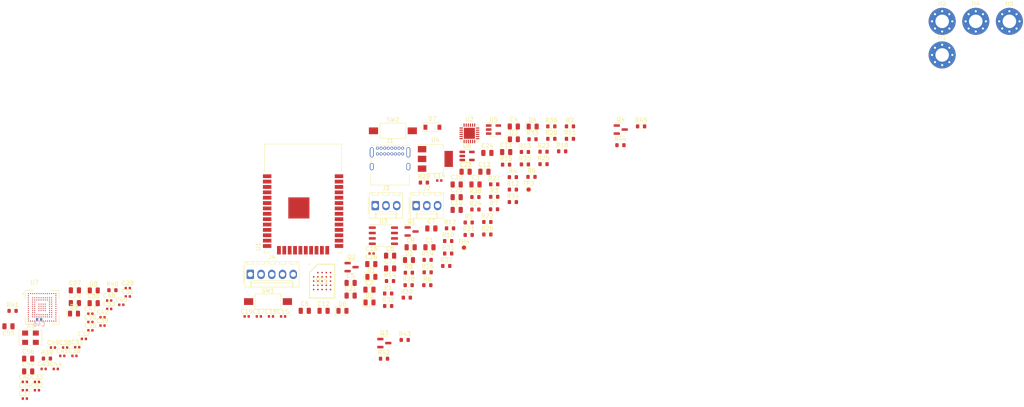
<source format=kicad_pcb>
(kicad_pcb (version 20211014) (generator pcbnew)
  (layers (0 "F.Cu" signal) (1 "In1.Cu" power) (2 "In2.Cu" signal) (3 "In3.Cu" power) (4 "In4.Cu" power) (31 "B.Cu" signal) (34 "B.Paste" user) (35 "F.Paste" user) (36 "B.SilkS" user "B.Silkscreen") (37 "F.SilkS" user "F.Silkscreen") (38 "B.Mask" user) (39 "F.Mask" user) (44 "Edge.Cuts" user))
  (net 0 "")
  (net 1 "/EN")
  (net 2 "GND")
  (net 3 "+3V3")
  (net 4 "/USB+")
  (net 5 "/USB-")
  (net 6 "+5V")
  (net 7 "/IO0")
  (net 8 "+1V8")
  (net 9 "+1V2")
  (net 10 "Net-(C27-Pad2)")
  (net 11 "Net-(C29-Pad2)")
  (net 12 "Net-(D3-Pad1)")
  (net 13 "Net-(D4-Pad1)")
  (net 14 "Net-(D5-Pad1)")
  (net 15 "Net-(D6-Pad1)")
  (net 16 "+2V5")
  (net 17 "Net-(D8-Pad2)")
  (net 18 "Net-(D9-Pad2)")
  (net 19 "/RAM_CS#")
  (net 20 "/RAM_RST#")
  (net 21 "/FPGA/HYPERBUS_CLK-")
  (net 22 "/FPGA/HYPERBUS_CLK+")
  (net 24 "/RAM_RWDS")
  (net 25 "Net-(IC1-PadC4)")
  (net 27 "Net-(IC1-PadD2)")
  (net 28 "Net-(IC1-PadD3)")
  (net 29 "Net-(IC1-PadD4)")
  (net 30 "Net-(IC1-PadD5)")
  (net 31 "Net-(IC1-PadE1)")
  (net 32 "Net-(IC1-PadE2)")
  (net 33 "Net-(IC1-PadE3)")
  (net 34 "Net-(J1-PadA5)")
  (net 36 "Net-(J1-PadB5)")
  (net 38 "/Level_shifter/OUT")
  (net 39 "/Level_shifter1/OUT")
  (net 40 "/MOSI")
  (net 41 "/CLK")
  (net 42 "/CS")
  (net 43 "/MISO")
  (net 44 "Net-(Q1-Pad1)")
  (net 45 "/RTS")
  (net 46 "Net-(Q2-Pad1)")
  (net 47 "/DTR")
  (net 48 "/WSLED0")
  (net 49 "/WSLED1")
  (net 50 "Net-(R4-Pad1)")
  (net 51 "SPI_SCK")
  (net 52 "Net-(R5-Pad1)")
  (net 53 "SPI_MISO")
  (net 54 "Net-(R6-Pad1)")
  (net 55 "SPI_MOSI")
  (net 56 "Net-(R7-Pad1)")
  (net 57 "SPI_CS")
  (net 58 "Net-(R8-Pad2)")
  (net 59 "Net-(R10-Pad2)")
  (net 60 "/FPGA/OUT_LED0")
  (net 61 "/FPGA/OUT_LED1")
  (net 62 "Net-(R15-Pad2)")
  (net 63 "Net-(R16-Pad2)")
  (net 64 "/RX")
  (net 65 "Net-(R17-Pad2)")
  (net 66 "/FPGA/HYPERBUS_DQ0")
  (net 67 "/FPGA/HYPERBUS_DQ1")
  (net 68 "/FPGA/HYPERBUS_DQ2")
  (net 69 "/FPGA/HYPERBUS_DQ3")
  (net 70 "/FPGA/HYPERBUS_DQ4")
  (net 71 "/FPGA/HYPERBUS_DQ5")
  (net 72 "/FPGA/HYPERBUS_DQ6")
  (net 73 "/FPGA/HYPERBUS_DQ7")
  (net 74 "/FPGA/HYPERBUS_CS#")
  (net 75 "/FPGA/HYPERBUS_RESET#")
  (net 76 "/FPGA/HYPERBUS_RWDS")
  (net 77 "/FPGA/FLASH_SDO")
  (net 78 "/SDO")
  (net 79 "/FPGA/FLASH_SCK")
  (net 80 "/FPGA/FLASH_CS")
  (net 81 "/FPGA/QSPI_D2")
  (net 82 "/D2")
  (net 83 "/FPGA/QSPI_D3")
  (net 84 "/D3")
  (net 85 "/FPGA/FLASH_SDI")
  (net 86 "/FPGA/LED")
  (net 87 "/FPGA/CDONE")
  (net 88 "/FPGA/FPGA_RESET")
  (net 89 "/TX")
  (net 197 "/FPGA/16MHZ_CLOCK")
  (net 199 "Net-(R15-Pad1)")
  (net 200 "Net-(R16-Pad1)")
  (footprint "Capacitor_SMD:C_0402_1005Metric" (layer "F.Cu") (at 64.47 96.42)
    (fp_text reference "C48" (at 0 -1.16) (layer "F.SilkS"))
    (fp_text value "100n")
    (pad "1" smd roundrect (at -0.48 0) (size 0.56 0.62) (layers "F.Cu" "F.Paste" "F.Mask") (net 3 "+3V3"))
    (pad "2" smd roundrect (at 0.48 0) (size 0.56 0.62) (layers "F.Cu" "F.Paste" "F.Mask") (net 2 "GND"))
  )
  (footprint "LED_SMD:LED_0805_2012Metric" (layer "F.Cu") (at 56.15 99.5)
    (fp_text reference "D9" (at 0 -1.65) (layer "F.SilkS"))
    (fp_text value "LED")
    (pad "1" smd roundrect (at -0.9375 0) (size 0.975 1.4) (layers "F.Cu" "F.Paste" "F.Mask") (net 2 "GND"))
    (pad "2" smd roundrect (at 0.9375 0) (size 0.975 1.4) (layers "F.Cu" "F.Paste" "F.Mask") (net 18 "Net-(D9-Pad2)"))
  )
  (footprint "Resistor_SMD:R_0603_1608Metric" (layer "F.Cu") (at 167.24 61.19)
    (fp_text reference "R23" (at 0 -1.43) (layer "F.SilkS"))
    (fp_text value "33")
    (pad "1" smd roundrect (at -0.825 0) (size 0.8 0.95) (layers "F.Cu" "F.Paste" "F.Mask") (net 71 "/FPGA/HYPERBUS_DQ5"))
    (pad "2" smd roundrect (at 0.825 0) (size 0.8 0.95) (layers "F.Cu" "F.Paste" "F.Mask") (net 33 "Net-(IC1-PadE3)"))
  )
  (footprint "Resistor_SMD:R_0603_1608Metric" (layer "F.Cu") (at 129.5 110.17)
    (fp_text reference "R42" (at 0 -1.43) (layer "F.SilkS"))
    (fp_text value "10k")
    (pad "1" smd roundrect (at -0.825 0) (size 0.8 0.95) (layers "F.Cu" "F.Paste" "F.Mask") (net 48 "/WSLED0"))
    (pad "2" smd roundrect (at 0.825 0) (size 0.8 0.95) (layers "F.Cu" "F.Paste" "F.Mask") (net 3 "+3V3"))
  )
  (footprint "Resistor_SMD:R_0603_1608Metric" (layer "F.Cu") (at 169.08 58.15)
    (fp_text reference "R20" (at 0 -1.43) (layer "F.SilkS"))
    (fp_text value "33")
    (pad "1" smd roundrect (at -0.825 0) (size 0.8 0.95) (layers "F.Cu" "F.Paste" "F.Mask") (net 68 "/FPGA/HYPERBUS_DQ2"))
    (pad "2" smd roundrect (at 0.825 0) (size 0.8 0.95) (layers "F.Cu" "F.Paste" "F.Mask") (net 25 "Net-(IC1-PadC4)"))
  )
  (footprint "MountingHole:MountingHole_3.2mm_M3_Pad_Via" (layer "F.Cu") (at 261.55 38.3)
    (fp_text reference "H1" (at 0 -4.2) (layer "F.SilkS"))
    (fp_text value "_")
    (pad "1" thru_hole circle (at -1.697056 1.697056) (size 0.8 0.8) (drill 0.5) (layers *.Cu *.Mask) (net 2 "GND"))
    (pad "1" thru_hole circle (at 0 2.4) (size 0.8 0.8) (drill 0.5) (layers *.Cu *.Mask) (net 2 "GND"))
    (pad "1" thru_hole circle (at -2.4 0) (size 0.8 0.8) (drill 0.5) (layers *.Cu *.Mask) (net 2 "GND"))
    (pad "1" thru_hole circle (at 0 0) (size 6.4 6.4) (drill 3.2) (layers *.Cu *.Mask) (net 2 "GND"))
    (pad "1" thru_hole circle (at 1.697056 1.697056) (size 0.8 0.8) (drill 0.5) (layers *.Cu *.Mask) (net 2 "GND"))
    (pad "1" thru_hole circle (at -1.697056 -1.697056) (size 0.8 0.8) (drill 0.5) (layers *.Cu *.Mask) (net 2 "GND"))
    (pad "1" thru_hole circle (at 2.4 0) (size 0.8 0.8) (drill 0.5) (layers *.Cu *.Mask) (net 2 "GND"))
    (pad "1" thru_hole circle (at 0 -2.4) (size 0.8 0.8) (drill 0.5) (layers *.Cu *.Mask) (net 2 "GND"))
    (pad "1" thru_hole circle (at 1.697056 -1.697056) (size 0.8 0.8) (drill 0.5) (layers *.Cu *.Mask) (net 2 "GND"))
  )
  (footprint "Resistor_SMD:R_0603_1608Metric" (layer "F.Cu") (at 139.82 86.78)
    (fp_text reference "R19" (at 0 -1.43) (layer "F.SilkS"))
    (fp_text value "33")
    (pad "1" smd roundrect (at -0.825 0) (size 0.8 0.95) (layers "F.Cu" "F.Paste" "F.Mask") (net 67 "/FPGA/HYPERBUS_DQ1"))
    (pad "2" smd roundrect (at 0.825 0) (size 0.8 0.95) (layers "F.Cu" "F.Paste" "F.Mask") (net 27 "Net-(IC1-PadD2)"))
  )
  (footprint "Resistor_SMD:R_0603_1608Metric" (layer "F.Cu") (at 173.49 55.2)
    (fp_text reference "R2" (at 0 -1.43) (layer "F.SilkS"))
    (fp_text value "5.1K")
    (pad "1" smd roundrect (at -0.825 0) (size 0.8 0.95) (layers "F.Cu" "F.Paste" "F.Mask") (net 2 "GND"))
    (pad "2" smd roundrect (at 0.825 0) (size 0.8 0.95) (layers "F.Cu" "F.Paste" "F.Mask") (net 34 "Net-(J1-PadA5)"))
  )
  (footprint "Capacitor_SMD:C_0805_2012Metric" (layer "F.Cu") (at 153.95 61.48)
    (fp_text reference "C24" (at 0 -1.68) (layer "F.SilkS"))
    (fp_text value "10u")
    (pad "1" smd roundrect (at -0.95 0) (size 1 1.45) (layers "F.Cu" "F.Paste" "F.Mask") (net 3 "+3V3"))
    (pad "2" smd roundrect (at 0.95 0) (size 1 1.45) (layers "F.Cu" "F.Paste" "F.Mask") (net 2 "GND"))
  )
  (footprint "Capacitor_SMD:C_0402_1005Metric" (layer "F.Cu") (at 99.88 100.16)
    (fp_text reference "C17" (at 0 -1.16) (layer "F.SilkS"))
    (fp_text value "100n")
    (pad "1" smd roundrect (at -0.48 0) (size 0.56 0.62) (layers "F.Cu" "F.Paste" "F.Mask") (net 8 "+1V8"))
    (pad "2" smd roundrect (at 0.48 0) (size 0.56 0.62) (layers "F.Cu" "F.Paste" "F.Mask") (net 2 "GND"))
  )
  (footprint "Resistor_SMD:R_0603_1608Metric" (layer "F.Cu") (at 162.83 61.25)
    (fp_text reference "R13" (at 0 -1.43) (layer "F.SilkS"))
    (fp_text value "10K")
    (pad "1" smd roundrect (at -0.825 0) (size 0.8 0.95) (layers "F.Cu" "F.Paste" "F.Mask") (net 44 "Net-(Q1-Pad1)"))
    (pad "2" smd roundrect (at 0.825 0) (size 0.8 0.95) (layers "F.Cu" "F.Paste" "F.Mask") (net 47 "/DTR"))
  )
  (footprint "Capacitor_SMD:C_0805_2012Metric" (layer "F.Cu") (at 45.31 110.16)
    (fp_text reference "C56" (at 0 -1.68) (layer "F.SilkS"))
    (fp_text value "100n")
    (pad "1" smd roundrect (at -0.95 0) (size 1 1.45) (layers "F.Cu" "F.Paste" "F.Mask") (net 3 "+3V3"))
    (pad "2" smd roundrect (at 0.95 0) (size 1 1.45) (layers "F.Cu" "F.Paste" "F.Mask") (net 2 "GND"))
  )
  (footprint "Capacitor_SMD:C_0805_2012Metric" (layer "F.Cu") (at 153.25 65.93)
    (fp_text reference "C13" (at 0 -1.68) (layer "F.SilkS"))
    (fp_text value "100n")
    (pad "1" smd roundrect (at -0.95 0) (size 1 1.45) (layers "F.Cu" "F.Paste" "F.Mask") (net 6 "+5V"))
    (pad "2" smd roundrect (at 0.95 0) (size 1 1.45) (layers "F.Cu" "F.Paste" "F.Mask") (net 2 "GND"))
  )
  (footprint "Package_TO_SOT_SMD:SOT-23" (layer "F.Cu") (at 185.5 55.95)
    (fp_text reference "Q4" (at 0 -2.4) (layer "F.SilkS"))
    (fp_text value "SI2302S")
    (pad "1" smd roundrect (at -0.9375 -0.95) (size 1.475 0.6) (layers "F.Cu" "F.Paste" "F.Mask") (net 6 "+5V"))
    (pad "2" smd roundrect (at -0.9375 0.95) (size 1.475 0.6) (layers "F.Cu" "F.Paste" "F.Mask") (net 49 "/WSLED1"))
    (pad "3" smd roundrect (at 0.9375 0) (size 1.475 0.6) (layers "F.Cu" "F.Paste" "F.Mask") (net 39 "/Level_shifter1/OUT"))
  )
  (footprint "Capacitor_SMD:C_0402_1005Metric" (layer "F.Cu") (at 56.25 109.5)
    (fp_text reference "C36" (at 0 -1.16) (layer "F.SilkS"))
    (fp_text value "100n")
    (pad "1" smd roundrect (at -0.48 0) (size 0.56 0.62) (layers "F.Cu" "F.Paste" "F.Mask") (net 3 "+3V3"))
    (pad "2" smd roundrect (at 0.48 0) (size 0.56 0.62) (layers "F.Cu" "F.Paste" "F.Mask") (net 2 "GND"))
  )
  (footprint "Connector_USB:USB_C_Receptacle_GCT_USB4085" (layer "F.Cu") (at 127.95 60.36)
    (fp_text reference "J1" (at 2.975 -1.8) (layer "F.SilkS"))
    (fp_text value "USB_C_Receptacle_USB2.0")
    (pad "A1" thru_hole circle (at 0 0) (size 0.7 0.7) (drill 0.4) (layers *.Cu *.Mask) (net 2 "GND"))
    (pad "A4" thru_hole circle (at 0.85 0) (size 0.7 0.7) (drill 0.4) (layers *.Cu *.Mask) (net 6 "+5V"))
    (pad "A5" thru_hole circle (at 1.7 0) (size 0.7 0.7) (drill 0.4) (layers *.Cu *.Mask) (net 34 "Net-(J1-PadA5)"))
    (pad "A6" thru_hole circle (at 2.55 0) (size 0.7 0.7) (drill 0.4) (layers *.Cu *.Mask) (net 4 "/USB+"))
    (pad "A7" thru_hole circle (at 3.4 0) (size 0.7 0.7) (drill 0.4) (layers *.Cu *.Mask) (net 5 "/USB-"))
    (pad "A8" thru_hole circle (at 4.25 0) (size 0.7 0.7) (drill 0.4) (layers *.Cu *.Mask))
    (pad "A9" thru_hole circle (at 5.1 0) (size 0.7 0.7) (drill 0.4) (layers *.Cu *.Mask) (net 6 "+5V"))
    (pad "A12" thru_hole circle (at 5.95 0) (size 0.7 0.7) (drill 0.4) (layers *.Cu *.Mask) (net 2 "GND"))
    (pad "B1" thru_hole circle (at 5.95 1.35) (size 0.7 0.7) (drill 0.4) (layers *.Cu *.Mask) (net 2 "GND"))
    (pad "B4" thru_hole circle (at 5.1 1.35) (size 0.7 0.7) (drill 0.4) (layers *.Cu *.Mask) (net 6 "+5V"))
    (pad "B5" thru_hole circle (at 4.25 1.35) (size 0.7 0.7) (drill 0.4) (layers *.Cu *.Mask) (net 36 "Net-(J1-PadB5)"))
    (pad "B6" thru_hole circle (at 3.4 1.35) (size 0.7 0.7) (drill 0.4) (layers *.Cu *.Mask) (net 4 "/USB+"))
    (pad "B7" thru_hole circle (at 2.55 1.35) (size 0.7 0.7) (drill 0.4) (layers *.Cu *.Mask) (net 5 "/USB-"))
    (pad "B8" thru_hole circle (at 1.7 1.35) (size 0.7 0.7) (drill 0.4) (layers *.Cu *.Mask))
    (pad "B9" thru_hole circle (at 0.85 1.35) (size 0.7 0.7) (drill 0.4) (layers *.Cu *.Mask) (net 6 "+5V"))
    (pad "B12" thru_hole circle (at 0 1.35) (size 0.7 0.7) (drill 0.4) (layers *.Cu *.Mask) (net 2 "GND"))
    (pad "S1" thru_hole oval (at -1.35 0.98) (size 0.9 2.4) (drill oval 0.6 2.1) (layers *.Cu *.Mask) (net 2 "GND"))
    (pad "S1" thru_hole oval (at -1.35 4.36) (size 0.9 1.7) (drill oval 0.6 1.4) (layers *.Cu *.Mask) (net 2 "GND"))
    (pad "S1" thru_hole oval (at 7.3 4.36) (size 0.9 1.7) (drill oval 0.6 1.4) (layers *.Cu *.Mask) (net 2 "GND"))
    (pad "S1" thru_hole oval (at 7.3 0.98) (size 0.9 2.4) (drill oval 0.6 2.1) (layers *.Cu *.Mask) (net 2 "GND"))
  )
  (footprint "Capacitor_SMD:C_0805_2012Metric" (layer "F.Cu") (at 121.6 95.24)
    (fp_text reference "C21" (at 0 -1.68) (layer "F.SilkS"))
    (fp_text value "10u")
    (pad "1" smd roundrect (at -0.95 0) (size 1 1.45) (layers "F.Cu" "F.Paste" "F.Mask") (net 6 "+5V"))
    (pad "2" smd roundrect (at 0.95 0) (size 1 1.45) (layers "F.Cu" "F.Paste" "F.Mask") (net 2 "GND"))
  )
  (footprint "Capacitor_SMD:C_0402_1005Metric" (layer "F.Cu") (at 64.47 98.39)
    (fp_text reference "C53" (at 0 -1.16) (layer "F.SilkS"))
    (fp_text value "100n")
    (pad "1" smd roundrect (at -0.48 0) (size 0.56 0.62) (layers "F.Cu" "F.Paste" "F.Mask") (net 8 "+1V8"))
    (pad "2" smd roundrect (at 0.48 0) (size 0.56 0.62) (layers "F.Cu" "F.Paste" "F.Mask") (net 2 "GND"))
  )
  (footprint "Capacitor_SMD:C_0402_1005Metric" (layer "F.Cu") (at 68.88 93.47)
    (fp_text reference "C28" (at 0 -1.16) (layer "F.SilkS"))
    (fp_text value "100n")
    (pad "1" smd roundrect (at -0.48 0) (size 0.56 0.62) (layers "F.Cu" "F.Paste" "F.Mask") (net 9 "+1V2"))
    (pad "2" smd roundrect (at 0.48 0) (size 0.56 0.62) (layers "F.Cu" "F.Paste" "F.Mask") (net 10 "Net-(C27-Pad2)"))
  )
  (footprint "Capacitor_SMD:C_0402_1005Metric" (layer "F.Cu") (at 48.97 112.59)
    (fp_text reference "C43" (at 0 -1.16) (layer "F.SilkS"))
    (fp_text value "100n")
    (pad "1" smd roundrect (at -0.48 0) (size 0.56 0.62) (layers "F.Cu" "F.Paste" "F.Mask") (net 3 "+3V3"))
    (pad "2" smd roundrect (at 0.48 0) (size 0.56 0.62) (layers "F.Cu" "F.Paste" "F.Mask") (net 2 "GND"))
  )
  (footprint "Resistor_SMD:R_0603_1608Metric" (layer "F.Cu") (at 151.12 71.92)
    (fp_text reference "R38" (at 0 -1.43) (layer "F.SilkS"))
    (fp_text value "560")
    (pad "1" smd roundrect (at -0.825 0) (size 0.8 0.95) (layers "F.Cu" "F.Paste" "F.Mask") (net 15 "Net-(D6-Pad1)"))
    (pad "2" smd roundrect (at 0.825 0) (size 0.8 0.95) (layers "F.Cu" "F.Paste" "F.Mask") (net 2 "GND"))
  )
  (footprint "Resistor_SMD:R_0603_1608Metric" (layer "F.Cu") (at 130.48 94.74)
    (fp_text reference "R1" (at 0 -1.43) (layer "F.SilkS"))
    (fp_text value "10K")
    (pad "1" smd roundrect (at -0.825 0) (size 0.8 0.95) (layers "F.Cu" "F.Paste" "F.Mask") (net 3 "+3V3"))
    (pad "2" smd roundrect (at 0.825 0) (size 0.8 0.95) (layers "F.Cu" "F.Paste" "F.Mask") (net 1 "/EN"))
  )
  (footprint "Resistor_SMD:R_0603_1608Metric" (layer "F.Cu") (at 149.53 77.94)
    (fp_text reference "R5" (at 0 -1.43) (layer "F.SilkS"))
    (fp_text value "33")
    (pad "1" smd roundrect (at -0.825 0) (size 0.8 0.95) (layers "F.Cu" "F.Paste" "F.Mask") (net 52 "Net-(R5-Pad1)"))
    (pad "2" smd roundrect (at 0.825 0) (size 0.8 0.95) (layers "F.Cu" "F.Paste" "F.Mask") (net 53 "SPI_MISO"))
  )
  (footprint "Resistor_SMD:R_0603_1608Metric" (layer "F.Cu") (at 134.89 95.72)
    (fp_text reference "R30" (at 0 -1.43) (layer "F.SilkS"))
    (fp_text value "33")
    (pad "1" smd roundrect (at -0.825 0) (size 0.8 0.95) (layers "F.Cu" "F.Paste" "F.Mask") (net 79 "/FPGA/FLASH_SCK"))
    (pad "2" smd roundrect (at 0.825 0) (size 0.8 0.95) (layers "F.Cu" "F.Paste" "F.Mask") (net 41 "/CLK"))
  )
  (footprint "Resistor_SMD:R_0603_1608Metric" (layer "F.Cu") (at 65.24 93.96)
    (fp_text reference "R40" (at 0 -1.43) (layer "F.SilkS"))
    (fp_text value "560")
    (pad "1" smd roundrect (at -0.825 0) (size 0.8 0.95) (layers "F.Cu" "F.Paste" "F.Mask") (net 87 "/FPGA/CDONE"))
    (pad "2" smd roundrect (at 0.825 0) (size 0.8 0.95) (layers "F.Cu" "F.Paste" "F.Mask") (net 18 "Net-(D9-Pad2)"))
  )
  (footprint "Resistor_SMD:R_0603_1608Metric" (layer "F.Cu") (at 151.12 74.87)
    (fp_text reference "R24" (at 0 -1.43) (layer "F.SilkS"))
    (fp_text value "33")
    (pad "1" smd roundrect (at -0.825 0) (size 0.8 0.95) (layers "F.Cu" "F.Paste" "F.Mask") (net 72 "/FPGA/HYPERBUS_DQ6"))
    (pad "2" smd roundrect (at 0.825 0) (size 0.8 0.95) (layers "F.Cu" "F.Paste" "F.Mask") (net 32 "Net-(IC1-PadE2)"))
  )
  (footprint "Resistor_SMD:R_0603_1608Metric" (layer "F.Cu") (at 144.68 82.33)
    (fp_text reference "R10" (at 0 -1.43) (layer "F.SilkS"))
    (fp_text value "10k")
    (pad "1" smd roundrect (at -0.825 0) (size 0.8 0.95) (layers "F.Cu" "F.Paste" "F.Mask") (net 3 "+3V3"))
    (pad "2" smd roundrect (at 0.825 0) (size 0.8 0.95) (layers "F.Cu" "F.Paste" "F.Mask") (net 59 "Net-(R10-Pad2)"))
  )
  (footprint "Capacitor_SMD:C_0402_1005Metric" (layer "F.Cu") (at 51.84 112.59)
    (fp_text reference "C44" (at 0 -1.16) (layer "F.SilkS"))
    (fp_text value "100n")
    (pad "1" smd roundrect (at -0.48 0) (size 0.56 0.62) (layers "F.Cu" "F.Paste" "F.Mask") (net 9 "+1V2"))
    (pad "2" smd roundrect (at 0.48 0) (size 0.56 0.62) (layers "F.Cu" "F.Paste" "F.Mask") (net 2 "GND"))
  )
  (footprint "Capacitor_SMD:C_0805_2012Metric" (layer "F.Cu") (at 60.81 97.03)
    (fp_text reference "C30" (at 0 -1.68) (layer "F.SilkS"))
    (fp_text value "10u")
    (pad "1" smd roundrect (at -0.95 0) (size 1 1.45) (layers "F.Cu" "F.Paste" "F.Mask") (net 9 "+1V2"))
    (pad "2" smd roundrect (at 0.95 0) (size 1 1.45) (layers "F.Cu" "F.Paste" "F.Mask") (net 2 "GND"))
  )
  (footprint "MountingHole:MountingHole_3.2mm_M3_Pad_Via" (layer "F.Cu") (at 277.45 30.35)
    (fp_text reference "H5" (at 0 -4.2) (layer "F.SilkS"))
    (fp_text value "_")
    (pad "1" thru_hole circle (at 1.697056 1.697056) (size 0.8 0.8) (drill 0.5) (layers *.Cu *.Mask) (net 2 "GND"))
    (pad "1" thru_hole circle (at 0 2.4) (size 0.8 0.8) (drill 0.5) (layers *.Cu *.Mask) (net 2 "GND"))
    (pad "1" thru_hole circle (at 0 -2.4) (size 0.8 0.8) (drill 0.5) (layers *.Cu *.Mask) (net 2 "GND"))
    (pad "1" thru_hole circle (at -2.4 0) (size 0.8 0.8) (drill 0.5) (layers *.Cu *.Mask) (net 2 "GND"))
    (pad "1" thru_hole circle (at 0 0) (size 6.4 6.4) (drill 3.2) (layers *.Cu *.Mask) (net 2 "GND"))
    (pad "1" thru_hole circle (at -1.697056 1.697056) (size 0.8 0.8) (drill 0.5) (layers *.Cu *.Mask) (net 2 "GND"))
    (pad "1" thru_hole circle (at -1.697056 -1.697056) (size 0.8 0.8) (drill 0.5) (layers *.Cu *.Mask) (net 2 "GND"))
    (pad "1" thru_hole circle (at 1.697056 -1.697056) (size 0.8 0.8) (drill 0.5) (layers *.Cu *.Mask) (net 2 "GND"))
    (pad "1" thru_hole circle (at 2.4 0) (size 0.8 0.8) (drill 0.5) (layers *.Cu *.Mask) (net 2 "GND"))
  )
  (footprint "Capacitor_SMD:C_0805_2012Metric" (layer "F.Cu") (at 126.49 87.78)
    (fp_text reference "C26" (at 0 -1.68) (layer "F.SilkS"))
    (fp_text value "10u")
    (pad "1" smd roundrect (at -0.95 0) (size 1 1.45) (layers "F.Cu" "F.Paste" "F.Mask") (net 9 "+1V2"))
    (pad "2" smd roundrect (at 0.95 0) (size 1 1.45) (layers "F.Cu" "F.Paste" "F.Mask") (net 2 "GND"))
  )
  (footprint "Resistor_SMD:R_0603_1608Metric" (layer "F.Cu") (at 139.74 92.77)
    (fp_text reference "R6" (at 0 -1.43) (layer "F.SilkS"))
    (fp_text value "33")
    (pad "1" smd roundrect (at -0.825 0) (size 0.8 0.95) (layers "F.Cu" "F.Paste" "F.Mask") (net 54 "Net-(R6-Pad1)"))
    (pad "2" smd roundrect (at 0.825 0) (size 0.8 0.95) (layers "F.Cu" "F.Paste" "F.Mask") (net 55 "SPI_MOSI"))
  )
  (footprint "Capacitor_SMD:C_0402_1005Metric" (layer "F.Cu") (at 60.03 101.49)
    (fp_text reference "C50" (at 0 -1.16) (layer "F.SilkS"))
    (fp_text value "100n")
    (pad "1" smd roundrect (at -0.48 0) (size 0.56 0.62) (layers "F.Cu" "F.Paste" "F.Mask") (net 3 "+3V3"))
    (pad "2" smd roundrect (at 0.48 0) (size 0.56 0.62) (layers "F.Cu" "F.Paste" "F.Mask") (net 2 "GND"))
  )
  (footprint "Connector_Molex:Molex_KK-254_AE-6410-03A_1x03_P2.54mm_Vertical" (layer "F.Cu") (at 137.09 73.94)
    (fp_text reference "J2" (at 2.54 -4.12) (layer "F.SilkS"))
    (fp_text value "WSLED0")
    (pad "1" thru_hole roundrect (at 0 0) (size 1.74 2.19) (drill 1.19) (layers *.Cu *.Mask) (roundrect_rratio 0.143678) (net 6 "+5V"))
    (pad "2" thru_hole oval (at 2.54 0) (size 1.74 2.19) (drill 1.19) (layers *.Cu *.Mask) (net 2 "GND"))
    (pad "3" thru_hole oval (at 5.08 0) (size 1.74 2.19) (drill 1.19) (layers *.Cu *.Mask) (net 38 "/Level_shifter/OUT"))
  )
  (footprint "Resistor_SMD:R_0603_1608Metric" (layer "F.Cu") (at 164.63 58.24)
    (fp_text reference "R33" (at 0 -1.43) (layer "F.SilkS"))
    (fp_text value "33")
    (pad "1" smd roundrect (at -0.825 0) (size 0.8 0.95) (layers "F.Cu" "F.Paste" "F.Mask") (net 83 "/FPGA/QSPI_D3"))
    (pad "2" smd roundrect (at 0.825 0) (size 0.8 0.95) (layers "F.Cu" "F.Paste" "F.Mask") (net 84 "/D3"))
  )
  (footprint "Capacitor_SMD:C_0805_2012Metric" (layer "F.Cu") (at 45.31 113.17)
    (fp_text reference "C54" (at 0 -1.68) (layer "F.SilkS"))
    (fp_text value "10u")
    (pad "1" smd roundrect (at -0.95 0) (size 1 1.45) (layers "F.Cu" "F.Paste" "F.Mask") (net 3 "+3V3"))
    (pad "2" smd roundrect (at 0.95 0) (size 1 1.45) (layers "F.Cu" "F.Paste" "F.Mask") (net 2 "GND"))
  )
  (footprint "Resistor_SMD:R_0603_1608Metric" (layer "F.Cu") (at 169.08 55.2)
    (fp_text reference "R36" (at 0 -1.43) (layer "F.SilkS"))
    (fp_text value "560")
    (pad "1" smd roundrect (at -0.825 0) (size 0.8 0.95) (layers "F.Cu" "F.Paste" "F.Mask") (net 13 "Net-(D4-Pad1)"))
    (pad "2" smd roundrect (at 0.825 0) (size 0.8 0.95) (layers "F.Cu" "F.Paste" "F.Mask") (net 2 "GND"))
  )
  (footprint "Package_TO_SOT_SMD:SOT-23" (layer "F.Cu") (at 129.57 106.47)
    (fp_text reference "Q3" (at 0 -2.4) (layer "F.SilkS"))
    (fp_text value "SI2302S")
    (pad "1" smd roundrect (at -0.9375 -0.95) (size 1.475 0.6) (layers "F.Cu" "F.Paste" "F.Mask") (net 6 "+5V"))
    (pad "2" smd roundrect (at -0.9375 0.95) (size 1.475 0.6) (layers "F.Cu" "F.Paste" "F.Mask") (net 48 "/WSLED0"))
    (pad "3" smd roundrect (at 0.9375 0) (size 1.475 0.6) (layers "F.Cu" "F.Paste" "F.Mask") (net 38 "/Level_shifter/OUT"))
  )
  (footprint "LED_SMD:LED_0805_2012Metric" (layer "F.Cu") (at 135.41 86.825)
    (fp_text reference "D2" (at 0 -1.65) (layer "F.SilkS"))
    (fp_text value "LED_TX")
    (pad "1" smd roundrect (at -0.9375 0) (size 0.975 1.4) (layers "F.Cu" "F.Paste" "F.Mask") (net 200 "Net-(R16-Pad1)"))
    (pad "2" smd roundrect (at 0.9375 0) (size 0.975 1.4) (layers "F.Cu" "F.Paste" "F.Mask") (net 3 "+3V3"))
  )
  (footprint "TestPoint:TestPoint_Pad_D1.0mm" (layer "F.Cu") (at 148.41 83.89)
    (fp_text reference "TP4" (at 0 -1.448) (layer "F.SilkS"))
    (fp_text value "TX")
    (pad "1" smd circle (at 0 0) (size 1 1) (layers "F.Cu" "F.Mask") (net 89 "/TX"))
  )
  (footprint "Capacitor_SMD:C_0805_2012Metric" (layer "F.Cu") (at 40.65 102.5 180)
    (fp_text reference "C55" (at 0 -1.68) (layer "F.SilkS"))
    (fp_text value "100n")
    (pad "1" smd roundrect (at -0.95 0 180) (size 1 1.45) (layers "F.Cu" "F.Paste" "F.Mask") (net 3 "+3V3"))
    (pad "2" smd roundrect (at 0.95 0 180) (size 1 1.45) (layers "F.Cu" "F.Paste" "F.Mask") (net 2 "GND"))
  )
  (footprint "Capacitor_SMD:C_0402_1005Metric" (layer "F.Cu") (at 53.38 109.5)
    (fp_text reference "C41" (at 0 -1.16) (layer "F.SilkS"))
    (fp_text value "100n")
    (pad "1" smd roundrect (at -0.48 0) (size 0.56 0.62) (layers "F.Cu" "F.Paste" "F.Mask") (net 9 "+1V2"))
    (pad "2" smd roundrect (at 0.48 0) (size 0.56 0.62) (layers "F.Cu" "F.Paste" "F.Mask") (net 2 "GND"))
  )
  (footprint "Capacitor_SMD:C_0402_1005Metric" (layer "F.Cu") (at 44.52 117.63)
    (fp_text reference "C34" (at 0 -1.16) (layer "F.SilkS"))
    (fp_text value "100n")
    (pad "1" smd roundrect (at -0.48 0) (size 0.56 0.62) (layers "F.Cu" "F.Paste" "F.Mask") (net 3 "+3V3"))
    (pad "2" smd roundrect (at 0.48 0) (size 0.56 0.62) (layers "F.Cu" "F.Paste" "F.Mask") (net 2 "GND"))
  )
  (footprint "Resistor_SMD:R_0603_1608Metric" (layer "F.Cu") (at 144.68 85.28)
    (fp_text reference "R31" (at 0 -1.43) (layer "F.SilkS"))
    (fp_text value "33")
    (pad "1" smd roundrect (at -0.825 0) (size 0.8 0.95) (layers "F.Cu" "F.Paste" "F.Mask") (net 80 "/FPGA/FLASH_CS"))
    (pad "2" smd roundrect (at 0.825 0) (size 0.8 0.95) (layers "F.Cu" "F.Paste" "F.Mask") (net 42 "/CS"))
  )
  (footprint "Package_TO_SOT_SMD:SOT-23-5" (layer "F.Cu") (at 149.15 62.2)
    (fp_text reference "U6" (at 0 -2.4) (layer "F.SilkS"))
    (fp_text value "XC6210B122MR")
    (pad "1" smd roundrect (at -1.1375 -0.95) (size 1.325 0.6) (layers "F.Cu" "F.Paste" "F.Mask") (net 6 "+5V"))
    (pad "2" smd roundrect (at -1.1375 0) (size 1.325 0.6) (layers "F.Cu" "F.Paste" "F.Mask") (net 2 "GND"))
    (pad "3" smd roundrect (at -1.1375 0.95) (size 1.325 0.6) (layers "F.Cu" "F.Paste" "F.Mask") (net 6 "+5V"))
    (pad "4" smd roundrect (at 1.1375 0.95) (size 1.325 0.6) (layers "F.Cu" "F.Paste" "F.Mask"))
    (pad "5" smd roundrect (at 1.1375 -0.95) (size 1.325 0.6) (layers "F.Cu" "F.Paste" "F.Mask") (net 9 "+1V2"))
  )
  (footprint "Resistor_SMD:R_0603_1608Metric" (layer "F.Cu") (at 130.92 91.79)
    (fp_text reference "R14" (at 0 -1.43) (layer "F.SilkS"))
    (fp_text value "10K")
    (pad "1" smd roundrect (at -0.825 0) (size 0.8 0.95) (layers "F.Cu" "F.Paste" "F.Mask") (net 46 "Net-(Q2-Pad1)"))
    (pad "2" smd roundrect (at 0.825 0) (size 0.8 0.95) (layers "F.Cu" "F.Paste" "F.Mask") (net 45 "/RTS"))
  )
  (footprint "MountingHole:MountingHole_3.2mm_M3_Pad_Via" (layer "F.Cu") (at 269.5 30.35)
    (fp_text reference "H4" (at 0 -4.2) (layer "F.SilkS"))
    (fp_text value "_")
    (pad "1" thru_hole circle (at 0 0) (size 6.4 6.4) (drill 3.2) (layers *.Cu *.Mask) (net 2 "GND"))
    (pad "1" thru_hole circle (at 0 2.4) (size 0.8 0.8) (drill 0.5) (layers *.Cu *.Mask) (net 2 "GND"))
    (pad "1" thru_hole circle (at 2.4 0) (size 0.8 0.8) (drill 0.5) (layers *.Cu *.Mask) (net 2 "GND"))
    (pad "1" thru_hole circle (at -1.697056 1.697056) (size 0.8 0.8) (drill 0.5) (layers *.Cu *.Mask) (net 2 "GND"))
    (pad "1" thru_hole circle (at -1.697056 -1.697056) (size 0.8 0.8) (drill 0.5) (layers *.Cu *.Mask) (net 2 "GND"))
    (pad "1" thru_hole circle (at 1.697056 1.697056) (size 0.8 0.8) (drill 0.5) (layers *.Cu *.Mask) (net 2 "GND"))
    (pad "1" thru_hole circle (at 1.697056 -1.697056) (size 0.8 0.8) (drill 0.5) (layers *.Cu *.Mask) (net 2 "GND"))
    (pad "1" thru_hole circle (at 0 -2.4) (size 0.8 0.8) (drill 0.5) (layers *.Cu *.Mask) (net 2 "GND"))
    (pad "1" thru_hole circle (at -2.4 0) (size 0.8 0.8) (drill 0.5) (layers *.Cu *.Mask) (net 2 "GND"))
  )
  (footprint "Resistor_SMD:R_0603_1608Metric" (layer "F.Cu") (at 149.53 80.89)
    (fp_text reference "R21" (at 0 -1.43) (layer "F.SilkS"))
    (fp_text value "33")
    (pad "1" smd roundrect (at -0.825 0) (size 0.8 0.95) (layers "F.Cu" "F.Paste" "F.Mask") (net 69 "/FPGA/HYPERBUS_DQ3"))
    (pad "2" smd roundrect (at 0.825 0) (size 0.8 0.95) (layers "F.Cu" "F.Paste" "F.Mask") (net 29 "Net-(IC1-PadD4)"))
  )
  (footprint "Connector_Molex:Molex_KK-254_AE-6410-05A_1x05_P2.54mm_Vertical" (layer "F.Cu") (at 97.87 90.22)
    (fp_text reference "J4" (at 5.08 -4.12) (layer "F.SilkS"))
    (fp_text value "Conn_01x05_Male")
    (pad "1" thru_hole roundrect (at 0 0) (size 1.74 2.19) (drill 1.19) (layers *.Cu *.Mask) (roundrect_rratio 0.143678) (net 2 "GND"))
    (pad "2" thru_hole oval (at 2.54 0) (size 1.74 2.19) (drill 1.19) (layers *.Cu *.Mask) (net 40 "/MOSI"))
    (pad "3" thru_hole oval (at 5.08 0) (size 1.74 2.19) (drill 1.19) (layers *.Cu *.Mask) (net 41 "/CLK"))
    (pad "4" thru_hole oval (at 7.62 0) (size 1.74 2.19) (drill 1.19) (layers *.Cu *.Mask) (net 42 "/CS"))
    (pad "5" thru_hole oval (at 10.16 0) (size 1.74 2.19) (drill 1.19) (layers *.Cu *.Mask) (net 43 "/MISO"))
  )
  (footprint "Resistor_SMD:R_0603_1608Metric" (layer "F.Cu") (at 155.53 74.81)
    (fp_text reference "R7" (at 0 -1.43) (layer "F.SilkS"))
    (fp_text value "33")
    (pad "1" smd roundrect (at -0.825 0) (size 0.8 0.95) (layers "F.Cu" "F.Paste" "F.Mask") (net 56 "Net-(R7-Pad1)"))
    (pad "2" smd roundrect (at 0.825 0) (size 0.8 0.95) (layers "F.Cu" "F.Paste" "F.Mask") (net 57 "SPI_CS"))
  )
  (footprint "Capacitor_SMD:C_0805_2012Metric" (layer "F.Cu") (at 160.2 55.23)
    (fp_text reference "C4" (at 0 -1.68) (layer "F.SilkS"))
    (fp_text value "10u")
    (pad "1" smd roundrect (at -0.95 0) (size 1 1.45) (layers "F.Cu" "F.Paste" "F.Mask") (net 3 "+3V3"))
    (pad "2" smd roundrect (at 0.95 0) (size 1 1.45) (layers "F.Cu" "F.Paste" "F.Mask") (net 2 "GND"))
  )
  (footprint "Capacitor_SMD:C_0402_1005Metric" (layer "F.Cu") (at 56.91 107.45)
    (fp_text reference "C31" (at 0 -1.16) (layer "F.SilkS"))
    (fp_text value "100n")
    (pad "1" smd roundrect (at -0.48 0) (size 0.56 0.62) (layers "F.Cu" "F.Paste" "F.Mask") (net 9 "+1V2"))
    (pad "2" smd roundrect (at 0.48 0) (size 0.56 0.62) (layers "F.Cu" "F.Paste" "F.Mask") (net 11 "Net-(C29-Pad2)"))
  )
  (footprint "Capacitor_SMD:C_0805_2012Metric" (layer "F.Cu") (at 130.94 88.81)
    (fp_text reference "C22" (at 0 -1.68) (layer "F.SilkS"))
    (fp_text value "10u")
    (pad "1" smd roundrect (at -0.95 0) (size 1 1.45) (layers "F.Cu" "F.Paste" "F.Mask") (net 6 "+5V"))
    (pad "2" smd roundrect (at 0.95 0) (size 1 1.45) (layers "F.Cu" "F.Paste" "F.Mask") (net 2 "GND"))
  )
  (footprint "Resistor_SMD:R_0603_1608Metric" (layer "F.Cu") (at 153.94 77.82)
    (fp_text reference "R22" (at 0 -1.43) (layer "F.SilkS"))
    (fp_text value "33")
    (pad "1" smd roundrect (at -0.825 0) (size 0.8 0.95) (layers "F.Cu" "F.Paste" "F.Mask") (net 70 "/FPGA/HYPERBUS_DQ4"))
    (pad "2" smd roundrect (at 0.825 0) (size 0.8 0.95) (layers "F.Cu" "F.Paste" "F.Mask") (net 30 "Net-(IC1-PadD5)"))
  )
  (footprint "Capacitor_SMD:C_0402_1005Metric" (layer "F.Cu") (at 60.03 103.46)
    (fp_text reference "C35" (at 0 -1.16) (layer "F.SilkS"))
    (fp_text value "100n")
    (pad "1" smd roundrect (at -0.48 0) (size 0.56 0.62) (layers "F.Cu" "F.Paste" "F.Mask") (net 9 "+1V2"))
    (pad "2" smd roundrect (at 0.48 0) (size 0.56 0.62) (layers "F.Cu" "F.Paste" "F.Mask") (net 2 "GND"))
  )
  (footprint "Capacitor_SMD:C_0402_1005Metric" (layer "F.Cu") (at 44.52 119.6)
    (fp_text reference "C37" (at 0 -1.16) (layer "F.SilkS"))
    (fp_text value "100n")
    (pad "1" smd roundrect (at -0.48 0) (size 0.56 0.62) (layers "F.Cu" "F.Paste" "F.Mask") (net 3 "+3V3"))
    (pad "2" smd roundrect (at 0.48 0) (size 0.56 0.62) (layers "F.Cu" "F.Paste" "F.Mask") (net 2 "GND"))
  )
  (footprint "Capacitor_SMD:C_0805_2012Metric" (layer "F.Cu") (at 158.4 61.28)
    (fp_text reference "C11" (at 0 -1.68) (layer "F.SilkS"))
    (fp_text value "100n")
    (pad "1" smd roundrect (at -0.95 0) (size 1 1.45) (layers "F.Cu" "F.Paste" "F.Mask") (net 3 "+3V3"))
    (pad "2" smd roundrect (at 0.95 0) (size 1 1.45) (layers "F.Cu" "F.Paste" "F.Mask") (net 2 "GND"))
  )
  (footprint "Capacitor_SMD:C_0402_1005Metric" (layer "F.Cu") (at 68.88 95.44)
    (fp_text reference "C51" (at 0 -1.16) (layer "F.SilkS"))
    (fp_text value "100n")
    (pad "1" smd roundrect (at -0.48 0) (size 0.56 0.62) (layers "F.Cu" "F.Paste" "F.Mask") (net 8 "+1V8"))
    (pad "2" smd roundrect (at 0.48 0) (size 0.56 0.62) (layers "F.Cu" "F.Paste" "F.Mask") (net 2 "GND"))
  )
  (footprint "LED_SMD:LED_0805_2012Metric" (layer "F.Cu") (at 126.51 90.805)
    (fp_text reference "D1" (at 0 -1.65) (layer "F.SilkS"))
    (fp_text value "LED_RX")
    (pad "1" smd roundrect (at -0.9375 0) (size 0.975 1.4) (layers "F.Cu" "F.Paste" "F.Mask") (net 199 "Net-(R15-Pad1)"))
    (pad "2" smd roundrect (at 0.9375 0) (size 0.975 1.4) (layers "F.Cu" "F.Paste" "F.Mask") (net 3 "+3V3"))
  )
  (footprint "Capacitor_SMD:C_0805_2012Metric" (layer "F.Cu") (at 151.14 68.94)
    (fp_text reference "C3" (at 0 -1.68) (layer "F.SilkS"))
    (fp_text value "100n")
    (pad "1" smd roundrect (at -0.95 0) (size 1 1.45) (layers "F.Cu" "F.Paste" "F.Mask") (net 2 "GND"))
    (pad "2" smd roundrect (at 0.95 0) (size 1 1.45) (layers "F.Cu" "F.Paste" "F.Mask") (net 1 "/EN"))
  )
  (footprint "Resistor_SMD:R_0603_1608Metric" (layer "F.Cu") (at 135.37 89.82)
    (fp_text reference "R8" (at 0 -1.43) (layer "F.SilkS"))
    (fp_text value "22k1")
    (pad "1" smd roundrect (at -0.825 0) (size 0.8 0.95) (layers "F.Cu" "F.Paste" "F.Mask") (net 6 "+5V"))
    (pad "2" smd roundrect (at 0.825 0) (size 0.8 0.95) (layers "F.Cu" "F.Paste" "F.Mask") (net 58 "Net-(R8-Pad2)"))
  )
  (footprint "Capacitor_SMD:C_0402_1005Metric" (layer "F.Cu") (at 51.17 107.53)
    (fp_text reference "C49" (at 0 -1.16) (layer "F.SilkS"))
    (fp_text value "100n")
    (pad "1" smd roundrect (at -0.48 0) (size 0.56 0.62) (layers "F.Cu" "F.Paste" "F.Mask") (net 8 "+1V8"))
    (pad "2" smd roundrect (at 0.48 0) (size 0.56 0.62) (layers "F.Cu" "F.Paste" "F.Mask") (net 2 "GND"))
  )
  (footprint "Resistor_SMD:R_0603_1608Metric" (layer "F.Cu") (at 139.82 89.73)
    (fp_text reference "R16" (at 0 -1.43) (layer "F.SilkS"))
    (fp_text value "270")
    (pad "1" smd roundrect (at -0.825 0) (size 0.8 0.95) (layers "F.Cu" "F.Paste" "F.Mask") (net 200 "Net-(R16-Pad1)"))
    (pad "2" smd roundrect (at 0.825 0) (size 0.8 0.95) (layers "F.Cu" "F.Paste" "F.Mask") (net 63 "Net-(R16-Pad2)"))
  )
  (footprint "LED_SMD:LED_0805_2012Metric" (layer "F.Cu") (at 160.22 58.255)
    (fp_text reference "D3" (at 0 -1.65) (layer "F.SilkS"))
    (fp_text value "LED_33V")
    (pad "1" smd roundrect (at -0.9375 0) (size 0.975 1.4) (layers "F.Cu" "F.Paste" "F.Mask") (net 12 "Net-(D3-Pad1)"))
    (pad "2" smd roundrect (at 0.9375 0) (size 0.975 1.4) (layers "F.Cu" "F.Paste" "F.Mask") (net 3 "+3V3"))
  )
  (footprint "Capacitor_SMD:C_0805_2012Metric" (layer "F.Cu") (at 126.05 93.83)
    (fp_text reference "C2" (at 0 -1.68) (layer "F.SilkS"))
    (fp_text value "10u")
    (pad "1" smd roundrect (at -0.95 0) (size 1 1.45) (layers "F.Cu" "F.Paste" "F.Mask") (net 3 "+3V3"))
    (pad "2" smd roundrect (at 0.95 0) (size 1 1.45) (layers "F.Cu" "F.Paste" "F.Mask") (net 2 "GND"))
  )
  (footprint "AREA_lib_composant:IC_ICE40HX8K-CB132" (layer "F.Cu") (at 48.61 98.01)
    (fp_text reference "U7" (at -1.825 -5.889) (layer "F.SilkS"))
    (fp_text value "ICE40HX8K-CB132")
    (pad "A1" smd circle (at -3.25 -3.25) (size 0.254 0.254) (layers "F.Cu" "F.Paste") (net 75 "/FPGA/HYPERBUS_RESET#"))
    (pad "A2" smd circle (at -2.75 -3.25) (size 0.254 0.254) (layers "F.Cu" "F.Paste") (net 74 "/FPGA/HYPERBUS_CS#"))
    (pad "A3" smd circle (at -2.25 -3.25) (size 0.254 0.254) (layers "F.Cu" "F.Paste") (net 70 "/FPGA/HYPERBUS_DQ4"))
    (pad "A4" smd circle (at -1.75 -3.25) (size 0.254 0.254) (layers "F.Cu" "F.Paste") (net 68 "/FPGA/HYPERBUS_DQ2"))
    (pad "A5" smd circle (at -1.25 -3.25) (size 0.254 0.254) (layers "F.Cu" "F.Paste") (net 76 "/FPGA/HYPERBUS_RWDS"))
    (pad "A6" smd circle (at -0.75 -3.25) (size 0.254 0.254) (layers "F.Cu" "F.Paste") (net 71 "/FPGA/HYPERBUS_DQ5"))
    (pad "A7" smd circle (at -0.25 -3.25) (size 0.254 0.254) (layers "F.Cu" "F.Paste") (net 72 "/FPGA/HYPERBUS_DQ6"))
    (pad "A8" smd circle (at 0.25 -3.25) (size 0.254 0.254) (layers "F.Cu" "F.Paste") (net 8 "+1V8"))
    (pad "A9" smd circle (at 0.75 -3.25) (size 0.254 0.254) (layers "F.Cu" "F.Paste") (net 2 "GND"))
    (pad "A10" smd circle (at 1.25 -3.25) (size 0.254 0.254) (layers "F.Cu" "F.Paste") (net 21 "/FPGA/HYPERBUS_CLK-"))
    (pad "A11" smd circle (at 1.75 -3.25) (size 0.254 0.254) (layers "F.Cu" "F.Paste"))
    (pad "A12" smd circle (at 2.25 -3.25) (size 0.254 0.254) (layers "F.Cu" "F.Paste"))
    (pad "A13" smd circle (at 2.75 -3.25) (size 0.254 0.254) (layers "F.Cu" "F.Paste"))
    (pad "A14" smd circle (at 3.25 -3.25) (size 0.254 0.254) (layers "F.Cu" "F.Paste") (net 16 "+2V5"))
    (pad "B1" smd circle (at -3.25 -2.75) (size 0.254 0.254) (layers "F.Cu" "F.Paste"))
    (pad "B14" smd circle (at 3.25 -2.75) (size 0.254 0.254) (layers "F.Cu" "F.Paste"))
    (pad "C1" smd circle (at -3.25 -2.25) (size 0.254 0.254) (layers "F.Cu" "F.Paste"))
    (pad "C3" smd circle (at -2.25 -2.25) (size 0.254 0.254) (layers "F.Cu" "F.Paste"))
    (pad "C4" smd circle (at -1.75 -2.25) (size 0.254 0.254) (layers "F.Cu" "F.Paste") (net 69 "/FPGA/HYPERBUS_DQ3"))
    (pad "C5" smd circle (at -1.25 -2.25) (size 0.254 0.254) (layers "F.Cu" "F.Paste") (net 66 "/FPGA/HYPERBUS_DQ0"))
    (pad "C6" smd circle (at -0.75 -2.25) (size 0.254 0.254) (layers "F.Cu" "F.Paste") (net 67 "/FPGA/HYPERBUS_DQ1"))
    (pad "C7" smd circle (at -0.25 -2.25) (size 0.254 0.254) (layers "F.Cu" "F.Paste"))
    (pad "C8" smd circle (at 0.25 -2.25) (size 0.254 0.254) (layers "F.Cu" "F.Paste") (net 9 "+1V2"))
    (pad "C9" smd circle (at 0.75 -2.25) (size 0.254 0.254) (layers "F.Cu" "F.Paste") (net 22 "/FPGA/HYPERBUS_CLK+"))
    (pad "C10" smd circle (at 1.25 -2.25) (size 0.254 0.254) (layers "F.Cu" "F.Paste") (net 73 "/FPGA/HYPERBUS_DQ7"))
    (pad "C11" smd circle (at 1.75 -2.25) (size 0.254 0.254) (layers "F.Cu" "F.Paste"))
    (pad "C12" smd circle (at 2.25 -2.25) (size 0.254 0.254) (layers "F.Cu" "F.Paste"))
    (pad "C14" smd circle (at 3.25 -2.25) (size 0.254 0.254) (layers "F.Cu" "F.Paste"))
    (pad "D1" smd circle (at -3.25 -1.75) (size 0.254 0.254) (layers "F.Cu" "F.Paste"))
    (pad "D3" smd circle (at -2.25 -1.75) (size 0.254 0.254) (layers "F.Cu" "F.Paste"))
    (pad "D4" smd circle (at -1.75 -1.75) (size 0.254 0.254) (layers "F.Cu" "F.Paste"))
    (pad "D5" smd circle (at -1.25 -1.75) (size 0.254 0.254) (layers "F.Cu" "F.Paste"))
    (pad "D6" smd circle (at -0.75 -1.75) (size 0.254 0.254) (layers "F.Cu" "F.Paste"))
    (pad "D7" smd circle (at -0.25 -1.75) (size 0.254 0.254) (layers "F.Cu" "F.Paste"))
    (pad "D8" smd circle (at 0.25 -1.75) (size 0.254 0.254) (layers "F.Cu" "F.Paste") (net 11 "Net-(C29-Pad2)"))
    (pad "D9" smd circle (at 0.75 -1.75) (size 0.254 0.254) (layers "F.Cu" "F.Paste"))
    (pad "D10" smd circle (at 1.25 -1.75) (size 0.254 0.254) (layers "F.Cu" "F.Paste"))
    (pad "D11" smd circle (at 1.75 -1.75) (size 0.254 0.254) (layers "F.Cu" "F.Paste"))
    (pad "D12" smd circle (at 2.25 -1.75) (size 0.254 0.254) (layers "F.Cu" "F.Paste"))
    (pad "D14" smd circle (at 3.25 -1.75) (size 0.254 0.254) (layers "F.Cu" "F.Paste"))
    (pad "E1" smd circle (at -3.25 -1.25) (size 0.254 0.254) (layers "F.Cu" "F.Paste"))
    (pad "E3" smd circle (at -2.25 -1.25) (size 0.254 0.254) (layers "F.Cu" "F.Paste") (net 3 "+3V3"))
    (pad "E4" smd circle (at -1.75 -1.25) (size 0.254 0.254) (layers "F.Cu" "F.Paste"))
    (pad "E11" smd circle (at 1.75 -1.25) (size 0.254 0.254) (layers "F.Cu" "F.Paste") (net 61 "/FPGA/OUT_LED1"))
    (pad "E12" smd circle (at 2.25 -1.25) (size 0.254 0.254) (layers "F.Cu" "F.Paste"))
    (pad "E14" smd circle (at 3.25 -1.25) (size 0.254 0.254) (layers "F.Cu" "F.Paste") (net 86 "/FPGA/LED"))
    (pad "F1" smd circle (at -3.25 -0.75) (size 0.254 0.254) (layers "F.Cu" "F.Paste") (net 2 "GND"))
    (pad "F3" smd circle (at -2.25 -0.75) (size 0.254 0.254) (layers "F.Cu" "F.Paste"))
    (pad "F4" smd circle (at -1.75 -0.75) (size 0.254 0.254) (layers "F.Cu" "F.Paste"))
    (pad "F6" smd circle (at -0.75 -0.75) (size 0.254 0.254) (layers "F.Cu" "F.Paste") (net 8 "+1V8"))
    (pad "F7" smd circle (at -0.25 -0.75) (size 0.254 0.254) (layers "F.Cu" "F.Paste") (net 2 "GND"))
    (pad "F8" smd circle (at 0.25 -0.75) (size 0.254 0.254) (layers "F.Cu" "F.Paste") (net 9 "+1V2"))
    (pad "F9" smd circle (at 0.75 -0.75) (size 0.254 0.254) (layers "F.Cu" "F.Paste") (net 3 "+3V3"))
    (pad "F11" smd circle (at 1.75 -0.75) (size 0.254 0.254) (layers "F.Cu" "F.Paste") (net 60 "/FPGA/OUT_LED0"))
    (pad "F12" smd circle (at 2.25 -0.75) (size 0.254 0.254) (layers "F.Cu" "F.Paste"))
    (pad "F14" smd circle (at 3.25 -0.75) (size 0.254 0.254) (layers "F.Cu" "F.Paste"))
    (pad "G1" smd circle (at -3.25 -0.25) (size 0.254 0.254) (layers "F.Cu" "F.Paste"))
    (pad "G3" smd circle (at -2.25 -0.25) (size 0.254 0.254) (layers "F.Cu" "F.Paste"))
    (pad "G4" smd circle (at -1.75 -0.25) (size 0.254 0.254) (layers "F.Cu" "F.Paste"))
    (pad "G6" smd circle (at -0.75 -0.25) (size 0.254 0.254) (layers "F.Cu" "F.Paste") (net 9 "+1V2"))
    (pad "G7" smd circle (at -0.25 -0.25) (size 0.254 0.254) (layers "F.Cu" "F.Paste") (net 2 "GND"))
    (pad "G8" smd circle (at 0.25 -0.25) (size 0.254 0.254) (layers "F.Cu" "F.Paste") (net 2 "GND"))
    (pad "G9" smd circle (at 0.75 -0.25) (size 0.254 0.254) (layers "F.Cu" "F.Paste") (net 2 "GND"))
    (pad "G11" smd circle (at 1.75 -0.25) (size 0.254 0.254) (layers "F.Cu" "F.Paste"))
    (pad "G12" smd circle (at 2.25 -0.25) (size 0.254 0.254) (layers "F.Cu" "F.Paste"))
    (pad "G14" smd circle (at 3.25 -0.25) (size 0.254 0.254) (layers "F.Cu" "F.Paste"))
    (pad "H1" smd circle (at -3.25 0.25) (size 0.254 0.254) (layers "F.Cu" "F.Paste"))
    (pad "H3" smd circle (at -2.25 0.25) (size 0.254 0.254) (layers "F.Cu" "F.Paste"))
    (pad "H4" smd circle (at -1.75 0.25) (size 0.254 0.254) (layers "F.Cu" "F.Paste"))
    (pad "H6" smd circle (at -0.75 0.25) (size 0.254 0.254) (layers "F.Cu" "F.Paste") (net 2 "GND"))
    (pad "H7" smd circle (at -0.25 0.25) (size 0.254 0.254) (layers "F.Cu" "F.Paste") (net 2 "GND"))
    (pad "H8" smd circle (at 0.25 0.25) (size 0.254 0.254) (layers "F.Cu" "F.Paste") (net 2 "GND"))
    (pad "H9" smd circle (at 0.75 0.25) (size 0.254 0.254) (layers "F.Cu" "F.Paste") (net 9 "+1V2"))
    (pad "H11" smd circle (at 1.75 0.25) (size 0.254 0.254) (layers "F.Cu" "F.Paste"))
    (pad "H12" smd circle (at 2.25 0.25) (size 0.254 0.254) (layers "F.Cu" "F.Paste"))
    (pad "H14" smd circle (at 3.25 0.25) (size 0.254 0.254) (layers "F.Cu" "F.Paste") (net 3 "+3V3"))
    (pad "J1" smd circle (at -3.25 0.75) (size 0.254 0.254) (layers "F.Cu" "F.Paste"))
    (pad "J3" smd circle (at -2.25 0.75) (size 0.254 0.254) (layers "F.Cu" "F.Paste"))
    (pad "J4" smd circle (at -1.75 0.75) (size 0.254 0.254) (layers "F.Cu" "F.Paste") (net 9 "+1V2"))
    (pad "J6" smd circle (at -0.75 0.75) (size 0.254 0.254) (layers "F.Cu" "F.Paste") (net 3 "+3V3"))
    (pad "J7" smd circle (at -0.25 0.75) (size 0.254 0.254) (layers "F.Cu" "F.Paste") (net 9 "+1V2"))
    (pad "J8" smd circle (at 0.25 0.75) (size 0.254 0.254) (layers "F.Cu" "F.Paste") (net 2 "GND"))
    (pad "J9" smd circle (at 0.75 0.75) (size 0.254 0.254) (layers "F.Cu" "F.Paste") (net 3 "+3V3"))
    (pad "J11" smd circle (at 1.75 0.75) (size 0.254 0.254) (layers "F.Cu" "F.Paste"))
    (pad "J12" smd circle (at 2.25 0.75) (size 0.254 0.254) (layers "F.Cu" "F.Paste"))
    (pad "J14" smd circle (at 3.25 0.75) (size 0.254 0.254) (layers "F.Cu" "F.Paste") (net 2 "GND"))
    (pad "K1" smd circle (at -3.25 1.25) (size 0.254 0.254) (layers "F.Cu" "F.Paste") (net 3 "+3V3"))
    (pad "K3" smd circle (at -2.25 1.25) (size 0.254 0.254) (layers "F.Cu" "F.Paste"))
    (pad "K4" smd circle (at -1.75 1.25) (size 0.254 0.254) (layers "F.Cu" "F.Paste"))
    (pad "K11" smd circle (at 1.75 1.25) (size 0.254 0.254) (layers "F.Cu" "F.Paste"))
    (pad "K12" smd circle (at 2.25 1.25) (size 0.254 0.254) (layers "F.Cu" "F.Paste"))
    (pad "K14" smd circle (at 3.25 1.25) (size 0.254 0.254) (layers "F.Cu" "F.Paste") (net 57 "SPI_CS"))
    (pad "L1" smd circle (at -3.25 1.75) (size 0.254 0.254) (layers "F.Cu" "F.Paste"))
    (pad "L3" smd circle (at -2.25 1.75) (size 0.254 0.254) (layers "F.Cu" "F.Paste") (net 2 "GND"))
    (pad "L4" smd circle (at -1.75 1.75) (size 0.254 0.254) (layers "F.Cu" "F.Paste"))
    (pad "L5" smd circle (at -1.25 1.75) (size 0.254 0.254) (layers "F.Cu" "F.Paste"))
    (pad "L6" smd circle (at -0.75 1.75) (size 0.254 0.254) (layers "F.Cu" "F.Paste"))
    (pad "L7" smd circle (at -0.25 1.75) (size 0.254 0.254) (layers "F.Cu" "F.Paste") (net 10 "Net-(C27-Pad2)"))
    (pad "L8" smd circle (at 0.25 1.75) (size 0.254 0.254) (layers "F.Cu" "F.Paste"))
    (pad "L9" smd circle (at 0.75 1.75) (size 0.254 0.254) (layers "F.Cu" "F.Paste"))
    (pad "L10" smd circle (at 1.25 1.75) (size 0.254 0.254) (layers "F.Cu" "F.Paste") (net 88 "/FPGA/FPGA_RESET"))
    (pad "L11" smd circle (at 1.75 1.75) (size 0.254 0.254) (layers "F.Cu" "F.Paste") (net 3 "+3V3"))
    (pad "L12" smd circle (at 2.25 1.75) (size 0.254 0.254) (layers "F.Cu" "F.Paste"))
    (pad "L14" smd circle (at 3.25 1.75) (size 0.254 0.254) (layers "F.Cu" "F.Paste") (net 51 "SPI_SCK"))
    (pad "M1" smd circle (at -3.25 2.25) (size 0.254 0.254) (layers "F.Cu" "F.Paste"))
    (pad "M3" smd circle (at -2.25 2.25) (size 0.254 0.254) (layers "F.Cu" "F.Paste"))
    (pad "M4" smd circle (at -1.75 2.25) (size 0.254 0.254) (layers "F.Cu" "F.Paste"))
    (pad "M5" smd circle (at -1.25 2.25) (size 0.254 0.254) (layers "F.Cu" "F.Paste") (net 3 "+3V3"))
    (pad "M6" smd circle (at -0.75 2.25) (size 0.254 0.254) (layers "F.Cu" "F.Paste"))
    (pad "M7" smd circle (at -0.25 2.25) (size 0.254 0.254) (layers "F.Cu" "F.Paste"))
    (pad "M8" smd circle (at 0.25 2.25) (size 0.254 0.254) (layers "F.Cu" "F.Paste") (net 9 "+1V2"))
    (pad "M9" smd circle (at 0.75 2.25) (size 0.254 0.254) (layers "F.Cu" "F.Paste"))
    (pad "M10" smd circle (at 1.25 2.25) (size 0.254 0.254) (layers "F.Cu" "F.Paste") (net 87 "/FPGA/CDONE"))
    (pad "M11" smd circle (at 1.75 2.25) (size 0.254 0.254) (layers "F.Cu" "F.Paste") (net 77 "/FPGA/FLASH_SDO"))
    (pad "M12" smd circle (at 2.25 2.25) (size 0.254 0.254) (layers "F.Cu" "F.Paste"))
    (pad "M14" smd circle (at 3.25 2.25) (size 0.254 0.254) (layers "F.Cu" "F.Paste"))
    (pad "N1" smd circle (at -3.25 2.75) (size 0.254 0.254) (layers "F.Cu" "F.Paste"))
    (pad "N14" smd circle (at 3.25 2.75) (size 0.254 0.254) (layers "F.Cu" "F.Paste") (net 55 "SPI_MOSI"))
    (pad "P1" smd circle (at -3.25 3.25) (size 0.254 0.254) (layers "F.Cu" "F.Paste"))
    (pad "P2" smd circle (at -2.75 3.25) (size 0.254 0.254) (layers "F.Cu" "F.Paste"))
    (pad "P3" smd circle (at -2.25 3.25) (size 0.254 0.254) (layers "F.Cu" "F.Paste"))
    (pad "P4" smd circle (at -1.75 3.25) (size 0.254 0.254) (layers "F.Cu" "F.Paste"))
    (pad "P5" smd circle (at -1.25 3.25) (size 0.254 0.254) (layers "F.Cu" "F.Paste"))
    (pad "P6" smd circle (at -0.75 3.25) (size 0.254 0.254) (layers "F.Cu" "F.Paste") (net 2 "GND"))
    (pad "P7" smd circle (at -0.25 3.25) (size 0.254 0.254) (layers "F.Cu" "F.Paste") (net 197 "/FPGA/16MHZ_CLOCK"))
    (pad "P8" smd circle (at 0.25 3.25) (size 0.254 0.254) (layers "F.Cu" "F.Paste") (net 83 "/FPGA/QSPI_D3"))
    (pad "P9" smd circle (at 0.75 3.25) (size 0.254 0.254) (layers "F.Cu" "F.Paste") (net 81 "/FPGA/QSPI_D2"))
    (pad "P10" smd circle (at 1.25 3.25) (size 0.254 0.254) (layers "F.Cu" "F.Paste"))
    (pad "P11" smd circle (at 1.75 3.25) (size 0.254 0.254) (layers "F.Cu" "F.Paste") (net 85 "/FPGA/FLASH_SDI"))
    (pad "P12" smd circle (at 2.25 3.25) (size 0.254 0.254) (layers "F.Cu" "F.Paste") (net 79 "/FPGA/FLASH_SCK"))
    (pad "P13" smd circle (at 2.75 3.25) (size 0.254 0.254) (layers "F.Cu" "F.Paste") (net 80 "/FPGA/FLASH_CS"))
    (pad "P14" smd circle (at 3.25 3.25) (size 0.254 0.254) (layers "F.Cu" "F.Paste") (net 53 "SPI_MISO"))
  )
  (footprint "Package_TO_SOT_SMD:SOT-23" (layer "F.Cu") (at 136.02 80.07)
    (fp_text reference "Q1" (at 0 -2.4) (layer "F.SilkS"))
    (fp_text value "MMBT2222ALT1G")
    (pad "1" smd roundrect (at -0.9375 -0.95) (size 1.475 0.6) (layers "F.Cu" "F.Paste" "F.Mask") (net 44 "Net-(Q1-Pad1)"))
    (pad "2" smd roundrect (at -0.9375 0.95) (size 1.475 0.6) (layers "F.Cu" "F.Paste" "F.Mask") (net 45 "/RTS"))
    (pad "3" smd roundrect (at 0.9375 0) (size 1.475 0.6) (layers "F.Cu" "F.Paste" "F.Mask") (net 1 "/EN"))
  )
  (footprint "LED_SMD:LED_0805_2012Metric" (layer "F.Cu") (at 164.67 55.245)
    (fp_text reference "D4" (at 0 -1.65) (layer "F.SilkS"))
    (fp_text value "LED_5V")
    (pad "1" smd roundrect (at -0.9375 0) (size 0.975 1.4) (layers "F.Cu" "F.Paste" "F.Mask") (net 13 "Net-(D4-Pad1)"))
    (pad "2" smd roundrect (at 0.9375 0) (size 0.975 1.4) (layers "F.Cu" "F.Paste" "F.Mask") (net 6 "+5V"))
  )
  (footprint "Capacitor_SMD:C_0402_1005Metric" (layer "F.Cu") (at 102.75 100.16)
    (fp_text reference "C18" (at 0 -1.16) (layer "F.SilkS"))
    (fp_text value "1u")
    (pad "1" smd roundrect (at -0.48 0) (size 0.56 0.62) (layers "F.Cu" "F.Paste" "F.Mask") (net 8 "+1V8"))
    (pad "2" smd roundrect (at 0.48 0) (size 0.56 0.62) (layers "F.Cu" "F.Paste" "F.Mask") (net 2 "GND"))
  )
  (footprint "Diode_SMD:D_SOD-123" (layer "F.Cu") (at 140.95 55.4)
    (fp_text reference "D7" (at 0 -2) (layer "F.SilkS"))
    (fp_text value "1N4148")
    (pad "1" smd rect (at -1.65 0) (size 0.9 1.2) (layers "F.Cu" "F.Paste" "F.Mask") (net 16 "+2V5"))
    (pad "2" smd rect (at 1.65 0) (size 0.9 1.2) (layers "F.Cu" "F.Paste" "F.Mask") (net 3 "+3V3"))
  )
  (footprint "Capacitor_SMD:C_0805_2012Metric" (layer "F.Cu") (at 110.75 98.83)
    (fp_text reference "C6" (at 0 -1.68) (layer "F.SilkS"))
    (fp_text value "47p")
    (pad "1" smd roundrect (at -0.95 0) (size 1 1.45) (layers "F.Cu" "F.Paste" "F.Mask") (net 4 "/USB+"))
    (pad "2" smd roundrect (at 0.95 0) (size 1 1.45) (layers "F.Cu" "F.Paste" "F.Mask") (net 2 "GND"))
  )
  (footprint "Resistor_SMD:R_0603_1608Metric" (layer "F.Cu") (at 49.74 110.13)
    (fp_text reference "R39" (at 0 -1.43) (layer "F.SilkS"))
    (fp_text value "560")
    (pad "1" smd roundrect (at -0.825 0) (size 0.8 0.95) (layers "F.Cu" "F.Paste" "F.Mask") (net 86 "/FPGA/LED"))
    (pad "2" smd roundrect (at 0.825 0) (size 0.8 0.95) (layers "F.Cu" "F.Paste" "F.Mask") (net 17 "Net-(D8-Pad2)"))
  )
  (footprint "Resistor_SMD:R_0603_1608Metric" (layer "F.Cu") (at 173.49 58.15)
    (fp_text reference "R11" (at 0 -1.43) (layer "F.SilkS"))
    (fp_text value "33")
    (pad "1" smd roundrect (at -0.825 0) (size 0.8 0.95) (layers "F.Cu" "F.Paste" "F.Mask") (net 48 "/WSLED0"))
    (pad "2" smd roundrect (at 0.825 0) (size 0.8 0.95) (layers "F.Cu" "F.Paste" "F.Mask") (net 60 "/FPGA/OUT_LED0"))
  )
  (footprint "Capacitor_SMD:C_0402_1005Metric" (layer "F.Cu") (at 44.52 115.66)
    (fp_text reference "C40" (at 0 -1.16) (layer "F.SilkS"))
    (fp_text value "100n")
    (pad "1" smd roundrect (at -0.48 0) (size 0.56 0.62) (layers "F.Cu" "F.Paste" "F.Mask") (net 3 "+3V3"))
    (pad "2" smd roundrect (at 0.48 0) (size 0.56 0.62) (layers "F.Cu" "F.Paste" "F.Mask") (net 2 "GND"))
  )
  (footprint "Resistor_SMD:R_0603_1608Metric" (layer "F.Cu") (at 171.65 61.1)
    (fp_text reference "R18" (at 0 -1.43) (layer "F.SilkS"))
    (fp_text value "33")
    (pad "1" smd roundrect (at -0.825 0) (size 0.8 0.95) (layers "F.Cu" "F.Paste" "F.Mask") (net 66 "/FPGA/HYPERBUS_DQ0"))
    (pad "2" smd roundrect (at 0.825 0) (size 0.8 0.95) (layers "F.Cu" "F.Paste" "F.Mask") (net 28 "Net-(IC1-PadD3)"))
  )
  (footprint "Resistor_SMD:R_0603_1608Metric" (layer "F.Cu") (at 164.39 67.15)
    (fp_text reference "R9" (at 0 -1.43) (layer "F.SilkS"))
    (fp_text value "47k5")
    (pad "1" smd roundrect (at -0.825 0) (size 0.8 0.95) (layers "F.Cu" "F.Paste" "F.Mask") (net 58 "Net-(R8-Pad2)"))
    (pad "2" smd roundrect (at 0.825 0) (size 0.8 0.95) (layers "F.Cu" "F.Paste" "F.Mask") (net 2 "GND"))
  )
  (footprint "Capacitor_SMD:C_0805_2012Metric" (layer "F.Cu") (at 121.6 92.23)
    (fp_text reference "C5" (at 0 -1.68) (layer "F.SilkS"))
    (fp_text value "100n")
    (pad "1" smd roundrect (at -0.95 0) (size 1 1.45) (layers "F.Cu" "F.Paste" "F.Mask") (net 3 "+3V3"))
    (pad "2" smd roundrect (at 0.95 0) (size 1 1.45) (layers "F.Cu" "F.Paste" "F.Mask") (net 2 "GND"))
  )
  (footprint "Button_Switch_SMD:SW_SPST_FSMSM" (layer "F.Cu") (at 131.6 56.25)
    (fp_text reference "SW2" (at 0 -2.6) (layer "F.SilkS"))
    (fp_text value "BOOT")
    (pad "1" smd rect (at -4.59 0) (size 2.18 1.6) (layers "F.Cu" "F.Paste" "F.Mask") (net 7 "/IO0"))
    (pad "2" smd rect (at 4.59 0) (size 2.18 1.6) (layers "F.Cu" "F.Paste" "F.Mask") (net 2 "GND"))
  )
  (footprint "Package_TO_SOT_SMD:SOT-23-5" (layer "F.Cu") (at 155.4 55.95)
    (fp_text reference "U5" (at 0 -2.4) (layer "F.SilkS"))
    (fp_text value "XC6210B182MR")
    (pad "1" smd roundrect (at -1.1375 -0.95) (size 1.325 0.6) (layers "F.Cu" "F.Paste" "F.Mask") (net 6 "+5V"))
    (pad "2" smd roundrect (at -1.1375 0) (size 1.325 0.6) (layers "F.Cu" "F.Paste" "F.Mask") (net 2 "GND"))
    (pad "3" smd roundrect (at -1.1375 0.95) (size 1.325 0.6) (layers "F.Cu" "F.Paste" "F.Mask") (net 6 "+5V"))
    (pad "4" smd roundrect (at 1.1375 0.95) (size 1.325 0.6) (layers "F.Cu" "F.Paste" "F.Mask"))
    (pad "5" smd roundrect (at 1.1375 -0.95) (size 1.325 0.6) (layers "F.Cu" "F.Paste" "F.Mask") (net 8 "+1V8"))
  )
  (footprint "Capacitor_SMD:C_0805_2012Metric" (layer "F.Cu") (at 140.25 83.8)
    (fp_text reference "C1" (at 0 -1.68) (layer "F.SilkS"))
    (fp_text value "100n")
    (pad "1" smd roundrect (at -0.95 0) (size 1 1.45) (layers "F.Cu" "F.Paste" "F.Mask") (net 1 "/EN"))
    (pad "2" smd roundrect (at 0.95 0) (size 1 1.45) (layers "F.Cu" "F.Paste" "F.Mask") (net 2 "GND"))
  )
  (footprint "Resistor_SMD:R_0603_1608Metric" (layer "F.Cu") (at 190.32 55.2)
    (fp_text reference "R45" (at 0 -1.43) (layer "F.SilkS"))
    (fp_text value "10k")
    (pad "1" smd roundrect (at -0.825 0) (size 0.8 0.95) (layers "F.Cu" "F.Paste" "F.Mask") (net 39 "/Level_shifter1/OUT"))
    (pad "2" smd roundrect (at 0.825 0) (size 0.8 0.95) (layers "F.Cu" "F.Paste" "F.Mask") (net 6 "+5V"))
  )
  (footprint "Resistor_SMD:R_0603_1608Metric" (layer "F.Cu") (at 138.93 68.5)
    (fp_text reference "R29" (at 0 -1.43) (layer "F.SilkS"))
    (fp_text value "33")
    (pad "1" smd roundrect (at -0.825 0) (size 0.8 0.95) (layers "F.Cu" "F.Paste" "F.Mask") (net 77 "/FPGA/FLASH_SDO"))
    (pad "2" smd roundrect (at 0.825 0) (size 0.8 0.95) (layers "F.Cu" "F.Paste" "F.Mask") (net 78 "/SDO"))
  )
  (footprint "Capacitor_SMD:C_0805_2012Metric" (layer "F.Cu") (at 115.2 98.83)
    (fp_text reference "C12" (at 0 -1.68) (layer "F.SilkS"))
    (fp_text value "100n")
    (pad "1" smd roundrect (at -0.95 0) (size 1 1.45) (layers "F.Cu" "F.Paste" "F.Mask") (net 7 "/IO0"))
    (pad "2" smd roundrect (at 0.95 0) (size 1 1.45) (layers "F.Cu" "F.Paste" "F.Mask") (net 2 "GND"))
  )
  (footprint "Capacitor_SMD:C_0402_1005Metric" (layer "F.Cu") (at 47.39 115.66)
    (fp_text reference "C33" (at 0 -1.16) (layer "F.SilkS"))
    (fp_text value "100n")
    (pad "1" smd roundrect (at -0.48 0) (size 0.56 0.62) (layers "F.Cu" "F.Paste" "F.Mask") (net 3 "+3V3"))
    (pad "2" smd roundrect (at 0.48 0) (size 0.56 0.62) (layers "F.Cu" "F.Paste" "F.Mask") (net 2 "GND"))
  )
  (footprint "Capacitor_SMD:C_0805_2012Metric" (layer "F.Cu") (at 148.8 65.93)
    (fp_text reference "C23" (at 0 -1.68) (layer "F.SilkS"))
    (fp_text value "10u")
    (pad "1" smd roundrect (at -0.95 0) (size 1 1.45) (layers "F.Cu" "F.Paste" "F.Mask") (net 6 "+5V"))
    (pad "2" smd roundrect (at 0.95 0) (size 1 1.45) (layers "F.Cu" "F.Paste" "F.Mask") (net 2 "GND"))
  )
  (footprint "Button_Switch_SMD:SW_SPST_FSMSM" (layer "F.Cu") (at 102.05 96.65)
    (fp_text reference "SW1" (at 0 -2.6) (layer "F.SilkS"))
    (fp_text value "RST")
    (pad "1" smd rect (at -4.59 0) (size 2.18 1.6) (layers "F.Cu" "F.Paste" "F.Mask") (net 2 "GND"))
    (pad "2" smd rect (at 4.59 0) (size 2.18 1.6) (layers "F.Cu" "F.Paste" "F.Mask") (net 1 "/EN"))
  )
  (footprint "Resistor_SMD:R_0603_1608Metric" (layer "F.Cu") (at 155.57 71.86)
    (fp_text reference "R3" (at 0 -1.43) (layer "F.SilkS"))
    (fp_text value "5.1K")
    (pad "1" smd roundrect (at -0.825 0) (size 0.8 0.95) (layers "F.Cu" "F.Paste" "F.Mask") (net 36 "Net-(J1-PadB5)"))
    (pad "2" smd roundrect (at 0.825 0) (size 0.8 0.95) (layers "F.Cu" "F.Paste" "F.Mask") (net 2 "GND"))
  )
  (footprint "Capacitor_SMD:C_0402_1005Metric" (layer "F.Cu") (at 67.34 97.41)
    (fp_text reference "C45" (at 0 -1.16) (layer "F.SilkS"))
    (fp_text value "100n")
    (pad "1" smd roundrect (at -0.48 0) (size 0.56 0.62) (layers "F.Cu" "F.Paste" "F.Mask") (net 9 "+1V2"))
    (pad "2" smd roundrect (at 0.48 0) (size 0.56 0.62) (layers "F.Cu" "F.Paste" "F.Mask") (net 2 "GND"))
  )
  (footprint "Resistor_SMD:R_0603_1608Metric" (layer "F.Cu") (at 155.57 68.91)
    (fp_text reference "R27" (at 0 -1.43) (layer "F.SilkS"))
    (fp_text value "33")
    (pad "1" smd roundrect (at -0.825 0) (size 0.8 0.95) (layers "F.Cu" "F.Paste" "F.Mask") (net 75 "/FPGA/HYPERBUS_RESET#"))
    (pad "2" smd roundrect (at 0.825 0) (size 0.8 0.95) (layers "F.Cu" "F.Paste" "F.Mask") (net 20 "/RAM_RST#"))
  )
  (footprint "Package_DFN_QFN:QFN-24-1EP_4x4mm_P0.5mm_EP2.6x2.6mm" (layer "F.Cu") (at 149.7 56.85)
    (fp_text reference "U2" (at 0 -3.3) (layer "F.SilkS"))
    (fp_text value "CP2102N-A01-GQFN24")
    (pad "1" smd roundrect (at -1.9375 -1.25) (size 0.825 0.25) (layers "F.Cu" "F.Paste" "F.Mask"))
    (pad "2" smd roundrect (at -1.9375 -0.75) (size 0.825 0.25) (layers "F.Cu" "F.Paste" "F.Mask") (net 2 "GND"))
    (pad "3" smd roundrect (at -1.9375 -0.25) (size 0.825 0.25) (layers "F.Cu" "F.Paste" "F.Mask") (net 4 "/USB+"))
    (pad "4" smd roundrect (at -1.9375 0.25) (size 0.825 0.25) (layers "F.Cu" "F.Paste" "F.Mask") (net 5 "/USB-"))
    (pad "5" smd roundrect (at -1.9375 0.75) (size 0.825 0.25) (layers "F.Cu" "F.Paste" "F.Mask"))
    (pad "6" smd roundrect (at -1.9375 1.25) (size 0.825 0.25) (layers "F.Cu" "F.Paste" "F.Mask") (net 3 "+3V3"))
    (pad "7" smd roundrect (at -1.25 1.9375) (size 0.25 0.825) (layers "F.Cu" "F.Paste" "F.Mask") (net 3 "+3V3"))
    (pad "8" smd roundrect (at -0.75 1.9375) (size 0.25 0.825) (layers "F.Cu" "F.Paste" "F.Mask") (net 58 "Net-(R8-Pad2)"))
    (pad "9" smd roundrect (at -0.25 1.9375) (size 0.25 0.825) (layers "F.Cu" "F.Paste" "F.Mask") (net 59 "Net-(R10-Pad2)"))
    (pad "10" smd roundrect (at 0.25 1.9375) (size 0.25 0.825) (layers "F.Cu" "F.Paste" "F.Mask"))
    (pad "11" smd roundrect (at 0.75 1.9375) (size 0.25 0.825) (layers "F.Cu" "F.Paste" "F.Mask"))
    (pad "12" smd roundrect (at 1.25 1.9375) (size 0.25 0.825) (layers "F.Cu" "F.Paste" "F.Mask"))
    (pad "13" smd roundrect (at 1.9375 1.25) (size 0.825 0.25) (layers "F.Cu" "F.Paste" "F.Mask") (net 62 "Net-(R15-Pad2)"))
    (pad "14" smd roundrect (at 1.9375 0.75) (size 0.825 0.25) (layers "F.Cu" "F.Paste" "F.Mask") (net 63 "Net-(R16-Pad2)"))
    (pad "15" smd roundrect (at 1.9375 0.25) (size 0.825 0.25) (layers "F.Cu" "F.Paste" "F.Mask"))
    (pad "16" smd roundrect (at 1.9375 -0.25) (size 0.825 0.25) (layers "F.Cu" "F.Paste" "F.Mask"))
    (pad "17" smd roundrect (at 1.9375 -0.75) (size 0.825 0.25) (layers "F.Cu" "F.Paste" "F.Mask"))
    (pad "18" smd roundrect (at 1.9375 -1.25) (size 0.825 0.25) (layers "F.Cu" "F.Paste" "F.Mask"))
    (pad "19" smd roundrect (at 1.25 -1.9375) (size 0.25 0.825) (layers "F.Cu" "F.Paste" "F.Mask") (net 45 "/RTS"))
    (pad "20" smd roundrect (at 0.75 -1.9375) (size 0.25 0.825) (layers "F.Cu" "F.Paste" "F.Mask") (net 65 "Net-(R17-Pad2)"))
    (pad "21" smd roundrect (at 0.25 -1.9375) (size 0.25 0.825) (layers "F.Cu" "F.Paste" "F.Mask") (net 89 "/TX"))
    (pad "22" smd roundrect (at -0.25 -1.9375) (size 0.25 0.825) (layers "F.Cu" "F.Paste" "F.Mask"))
    (pad "23" smd roundrect (at -0.75 -1.9375) (size 0.25 0.825) (layers "F.Cu" "F.Paste" "F.Mask") (net 47 "/DTR"))
    (pad "24" smd roundrect (at -1.25 -1.9375) (size 0.25 0.825) (layers "F.Cu" "F.Paste" "F.Mask"))
    (pad "25" smd rect (at 0 0) (size 2.6 2.6) (layers "F.Cu" "F.Mask") (net 2 "GND"))
  )
  (footprint "Capacitor_SMD:C_0805_2012Metric" (layer "F.Cu") (at 140.69 79.35)
    (fp_text reference "C7" (at 0 -1.68) (layer "F.SilkS"))
    (fp_text value "47p")
    (pad "1" smd roundrect (at -0.95 0) (size 1 1.45) (layers "F.Cu" "F.Paste" "F.Mask") (net 5 "/USB-"))
    (pad "2" smd roundrect (at 0.95 0) (size 1 1.45) (layers "F.Cu" "F.Paste" "F.Mask") (net 2 "GND"))
  )
  (footprint "Package_TO_SOT_SMD:SOT-23" (layer "F.Cu") (at 121.82 88.5)
    (fp_text reference "Q2" (at 0 -2.4) (layer "F.SilkS"))
    (fp_text value "MMBT2222ALT1G")
    (pad "1" smd roundrect (at -0.9375 -0.95) (size 1.475 0.6) (layers "F.Cu" "F.Paste" "F.Mask") (net 46 "Net-(Q2-Pad1)"))
    (pad "2" smd roundrect (at -0.9375 0.95) (size 1.475 0.6) (layers "F.Cu" "F.Paste" "F.Mask") (net 47 "/DTR"))
    (pad "3" smd roundrect (at 0.9375 0) (size 1.475 0.6) (layers "F.Cu" "F.Paste" "F.Mask") (net 7 "/IO0"))
  )
  (footprint "Package_TO_SOT_SMD:SOT-223-3_TabPin2" (layer "F.Cu") (at 141.65 62.9)
    (fp_text reference "U4" (at 0 -4.5) (layer "F.SilkS"))
    (fp_text value "NCP1117-3.3_SOT223")
    (pad "1" smd rect (at -3.15 -2.3) (size 2 1.5) (layers "F.Cu" "F.Paste" "F.Mask") (net 2 "GND"))
    (pad "2" smd rect (at 3.15 0) (size 2 3.8) (layers "F.Cu" "F.Paste" "F.Mask") (net 3 "+3V3"))
    (pad "2" smd rect (at -3.15 0) (size 2 1.5) (layers "F.Cu" "F.Paste" "F.Mask") (net 3 "+3V3"))
    (pad "3" smd rect (at -3.15 2.3) (size 2 1.5) (layers "F.Cu" "F.Paste" "F.Mask") (net 6 "+5V"))
  )
  (footprint "Capacitor_SMD:C_0402_1005Metric" (layer "F.Cu") (at 60.02 99.52)
    (fp_text reference "C47" (at 0 -1.16) (layer "F.SilkS"))
    (fp_text value "100n")
    (pad "1" smd roundrect (at -0.48 0) (size 0.56 0.62) (layers "F.Cu" "F.Paste" "F.Mask") (net 8 "+1V8"))
    (pad "2" smd roundrect (at 0.48 0) (size 0.56 0.62) (layers "F.Cu" "F.Paste" "F.Mask") (net 2 "GND"))
  )
  (footprint "Resistor_SMD:R_0603_1608Metric" (layer "F.Cu") (at 145.12 79.32)
    (fp_text reference "R17" (at 0 -1.43) (layer "F.SilkS"))
    (fp_text value "470")
    (pad "1" smd roundrect (at -0.825 0) (size 0.8 0.95) (layers "F.Cu" "F.Paste" "F.Mask") (net 64 "/RX"))
    (pad "2" smd roundrect (at 0.825 0) (size 0.8 0.95) (layers "F.Cu" "F.Paste" "F.Mask") (net 65 "Net-(R17-Pad2)"))
  )
  (footprint "Resistor_SMD:R_0603_1608Metric" (layer "F.Cu") (at 153.94 80.77)
    (fp_text reference "R26" (at 0 -1.43) (layer "F.SilkS"))
    (fp_text value "33")
    (pad "1" smd roundrect (at -0.825 0) (size 0.8 0.95) (layers "F.Cu" "F.Paste" "F.Mask") (net 74 "/FPGA/HYPERBUS_CS#"))
    (pad "2" smd roundrect (at 0.825 0) (size 0.8 0.95) (layers "F.Cu" "F.Paste" "F.Mask") (net 19 "/RAM_CS#"))
  )
  (footprint "Capacitor_SMD:C_0402_1005Metric" (layer "F.Cu") (at 142.57 68.01)
    (fp_text reference "C14" (at 0 -1.16) (layer "F.SilkS"))
    (fp_text value "100n")
    (pad "1" smd roundrect (at -0.48 0) (size 0.56 0.62) (layers "F.Cu" "F.Paste" "F.Mask") (net 8 "+1V8"))
    (pad "2" smd roundrect (at 0.48 0) (size 0.56 0.62) (layers "F.Cu" "F.Paste" "F.Mask") (net 2 "GND"))
  )
  (footprint "Capacitor_SMD:C_0402_1005Metric" (layer "F.Cu") (at 47.39 117.63)
    (fp_text reference "C52" (at 0 -1.16) (layer "F.SilkS"))
    (fp_text value "100n")
    (pad "1" smd roundrect (at -0.48 0) (size 0.56 0.62) (layers "F.Cu" "F.Paste" "F.Mask") (net 3 "+3V3"))
    (pad "2" smd roundrect (at 0.48 0) (size 0.56 0.62) (layers "F.Cu" "F.Paste" "F.Mask") (net 2 "GND"))
  )
  (footprint "Resistor_SMD:R_0603_1608Metric" (layer "F.Cu") (at 159.98 70.16)
    (fp_text reference "R12" (at 0 -1.43) (layer "F.SilkS"))
    (fp_text value "33")
    (pad "1" smd roundrect (at -0.825 0) (size 0.8 0.95) (layers "F.Cu" "F.Paste" "F.Mask") (net 49 "/WSLED1"))
    (pad "2" smd roundrect (at 0.825 0) (size 0.8 0.95) (layers "F.Cu" "F.Paste" "F.Mask") (net 61 "/FPGA/OUT_LED1"))
  )
  (footprint "Capacitor_SMD:C_0805_2012Metric" (layer "F.Cu") (at 56.36 93.99)
    (fp_text reference "C27" (at 0 -1.68) (layer "F.SilkS"))
    (fp_text value "10u")
    (pad "1" smd roundrect (at -0.95 0) (size 1 1.45) (layers "F.Cu" "F.Paste" "F.Mask") (net 9 "+1V2"))
    (pad "2" smd roundrect (at 0.95 0) (size 1 1.45) (layers "F.Cu" "F.Paste" "F.Mask") (net 10 "Net-(C27-Pad2)"))
  )
  (footprint "Capacitor_SMD:C_0805_2012Metric" (layer "F.Cu") (at 56.36 97)
    (fp_text reference "C29" (at 0 -1.68) (layer "F.SilkS"))
    (fp_text value "10u")
    (pad "1" smd roundrect (at -0.95 0) (size 1 1.45) (layers "F.Cu" "F.Paste" "F.Mask") (net 9 "+1V2"))
    (pad "2" smd roundrect (at 0.95 0) (size 1 1.45) (layers "F.Cu" "F.Paste" "F.Mask") (net 11 "Net-(C29-Pad2)"))
  )
  (footprint "Resistor_SMD:R_0603_1608Metric" (layer "F.Cu") (at 167.24 64.14)
    (fp_text reference "R25" (at 0 -1.43) (layer "F.SilkS"))
    (fp_text value "33")
    (pad "1" smd roundrect (at -0.825 0) (size 0.8 0.95) (layers "F.Cu" "F.Paste" "F.Mask") (net 73 "/FPGA/HYPERBUS_DQ7"))
    (pad "2" smd roundrect (at 0.825 0) (size 0.8 0.95) (layers "F.Cu" "F.Paste" "F.Mask") (net 31 "Net-(IC1-PadE1)"))
  )
  (footprint "Capacitor_SMD:C_0402_1005Metric" (layer "F.Cu") (at 97.01 100.16)
    (fp_text reference "C19" (at 0 -1.16) (layer "F.SilkS"))
    (fp_text value "1u")
    (pad "1" smd roundrect (at -0.48 0) (size 0.56 0.62) (layers "F.Cu" "F.Paste" "F.Mask") (net 8 "+1V8"))
    (pad "2" smd roundrect (at 0.48 0) (size 0.56 0.62) (layers "F.Cu" "F.Paste" "F.Mask") (net 2 "GND"))
  )
  (footprint "Capacitor_SMD:C_0805_2012Metric" (layer "F.Cu") (at 146.69 74.96)
    (fp_text reference "C10" (at 0 -1.68) (layer "F.SilkS"))
    (fp_text value "10u")
    (pad "1" smd roundrect (at -0.95 0) (size 1 1.45) (layers "F.Cu" "F.Paste" "F.Mask") (net 6 "+5V"))
    (pad "2" smd roundrect (at 0.95 0) (size 1 1.45) (layers "F.Cu" "F.Paste" "F.Mask") (net 2 "GND"))
  )
  (footprint "Capacitor_SMD:C_0402_1005Metric" (layer "F.Cu") (at 126.56 85.28)
    (fp_text reference "C16" (at 0 -1.16) (layer "F.SilkS"))
    (fp_text value "100n")
    (pad "1" smd roundrect (at -0.48 0) (size 0.56 0.62) (layers "F.Cu" "F.Paste" "F.Mask") (net 8 "+1V8"))
    (pad "2" smd roundrect (at 0.48 0) (size 0.56 0.62) (layers "F.Cu" "F.Paste" "F.Mask") (net 2 "GND"))
  )
  (footprint "MountingHole:MountingHole_3.2mm_M3_Pad_Via" (layer "F.Cu") (at 261.55 30.35)
    (fp_text reference "H2" (at 0 -4.2) (layer "F.SilkS"))
    (fp_text value "_")
    (pad "1" thru_hole circle (at 1.697056 -1.697056) (size 0.8 0.8) (drill 0.5) (layers *.Cu *.Mask) (net 2 "GND"))
    (pad "1" thru_hole circle (at -2.4 0) (size 0.8 0.8) (drill 0.5) (layers *.Cu *.Mask) (net 2 "GND"))
    (pad "1" thru_hole circle (at 2.4 0) (size 0.8 0.8) (drill 0.5) (layers *.Cu *.Mask) (net 2 "GND"))
    (pad "1" thru_hole circle (at 0 2.4) (size 0.8 0.8) (drill 0.5) (layers *.Cu *.Mask) (net 2 "GND"))
    (pad "1" thru_hole circle (at -1.697056 -1.697056) (size 0.8 0.8) (drill 0.5) (layers *.Cu *.Mask) (net 2 "GND"))
    (pad "1" thru_hole circle (at -1.697056 1.697056) (size 0.8 0.8) (drill 0.5) (layers *.Cu *.Mask) (net 2 "GND"))
    (pad "1" thru_hole circle (at 0 0) (size 6.4 6.4) (drill 3.2) (layers *.Cu *.Mask) (net 2 "GND"))
    (pad "1" thru_hole circle (at 1.697056 1.697056) (size 0.8 0.8) (drill 0.5) (layers *.Cu *.Mask) (net 2 "GND"))
    (pad "1" thru_hole circle (at 0 -2.4) (size 0.8 0.8) (drill 0.5) (layers *.Cu *.Mask) (net 2 "GND"))
  )
  (footprint "Resistor_SMD:R_0603_1608Metric" (layer "F.Cu") (at 144.23 88.23)
    (fp_text reference "R37" (at 0 -1.43) (layer "F.SilkS"))
    (fp_text value "560")
    (pad "1" smd roundrect (at -0.825 0) (size 0.8 0.95) (layers "F.Cu" "F.Paste" "F.Mask") (net 14 "Net-(D5-Pad1)"))
    (pad "2" smd roundrect (at 0.825 0) (size 0.8 0.95) (layers "F.Cu" "F.Paste" "F.Mask") (net 2 "GND"))
  )
  (footprint "Capacitor_SMD:C_0805_2012Metric" (layer "F.Cu") (at 135.8 83.8)
    (fp_text reference "C9" (at 0 -1.68) (layer "F.SilkS"))
    (fp_text value "10u")
    (pad "1" smd roundrect (at -0.95 0) (size 1 1.45) (layers "F.Cu" "F.Paste" "F.Mask") (net 3 "+3V3"))
    (pad "2" smd roundrect (at 0.95 0) (size 1 1.45) (layers "F.Cu" "F.Paste" "F.Mask") (net 2 "GND"))
  )
  (footprint "AREA_lib_composant:BGA24C100P5X5_600X800X100" (layer "F.Cu") (at 114.85 91.8)
    (fp_text reference "IC1" (at 0 0) (layer "F.SilkS") (effects (font (size 1.27 1.27) (thickness 0.254))))
    (fp_text value "S27KS0643GABHV020" hide)
    (pad "A2" smd circle (at -1 -2 90) (size 0.37 0.37) (layers "F.Cu" "F.Paste" "F.Mask"))
    (pad "A3" smd circle (at 0 -2 90) (size 0.37 0.37) (layers "F.Cu" "F.Paste" "F.Mask") (net 19 "/RAM_CS#"))
    (pad "A4" smd circle (at 1 -2 90) (size 0.37 0.37) (layers "F.Cu" "F.Paste" "F.Mask") (net 20 "/RAM_RST#"))
    (pad "A5" smd circle (at 2 -2 90) (size 0.37 0.37) (layers "F.Cu" "F.Paste" "F.Mask"))
    (pad "B1" smd circle (at -2 -1 90) (size 0.37 0.37) (layers "F.Cu" "F.Paste" "F.Mask") (net 21 "/FPGA/HYPERBUS_CLK-"))
    (pad "B2" smd circle (at -1 -1 90) (size 0.37 0.37) (layers "F.Cu" "F.Paste" "F.Mask") (net 22 "/FPGA/HYPERBUS_CLK+"))
    (pad "B3" smd circle (at 0 -1 90) (size 0.37 0.37) (layers "F.Cu" "F.Paste" "F.Mask") (net 2 "GND"))
    (pad "B4" smd circle (at 1 -1 90) (size 0.37 0.37) (layers "F.Cu" "F.Paste" "F.Mask") (net 8 "+1V8"))
    (pad "B5" smd circle (at 2 -1 90) (size 0.37 0.37) (layers "F.Cu" "F.Paste" "F.Mask"))
    (pad "C1" smd circle (at -2 0 90) (size 0.37 0.37) (layers "F.Cu" "F.Paste" "F.Mask") (net 2 "GND"))
    (pad "C2" smd circle (at -1 0 90) (size 0.37 0.37) (layers "F.Cu" "F.Paste" "F.Mask"))
    (pad "C3" smd circle (at 0 0 90) (size 0.37 0.37) (layers "F.Cu" "F.Paste" "F.Mask") (net 24 "/RAM_RWDS"))
    (pad "C4" smd circle (at 1 0 90) (size 0.37 0.37) (layers "F.Cu" "F.Paste" "F.Mask") (net 25 "Net-(IC1-PadC4)"))
    (pad "C5" smd circle (at 2 0 90) (size 0.37 0.37) (layers "F.Cu" "F.Paste" "F.Mask"))
    (pad "D1" smd circle (at -2 1 90) (size 0.37 0.37) (layers "F.Cu" "F.Paste" "F.Mask") (net 8 "+1V8"))
    (pad "D2" smd circle (at -1 1 90) (size 0.37 0.37) (layers "F.Cu" "F.Paste" "F.Mask") (net 27 "Net-(IC1-PadD2)"))
    (pad "D3" smd circle (at 0 1 90) (size 0.37 0.37) (layers "F.Cu" "F.Paste" "F.Mask") (net 28 "Net-(IC1-PadD3)"))
    (pad "D4" smd circle (at 1 1 90) (size 0.37 0.37) (layers "F.Cu" "F.Paste" "F.Mask") (net 29 "Net-(IC1-PadD4)"))
    (pad "D5" smd circle (at 2 1 90) (size 0.37 0.37) (layers "F.Cu" "F.Paste" "F.Mask") (net 30 "Net-(IC1-PadD5)"))
    (pad "E1" smd circle (at -2 2 90) (size 0.37 0.37) (layers "F.Cu" "F.Paste" "F.Mask") (net 31 "Net-(IC1-PadE1)"))
    (pad "E2" smd circle (at -1 2 90) (size 0.37 0.37) (layers "F.Cu" "F.Paste" "F.Mask") (net 32 "Net-(IC1-PadE2)"))
    (pad "E3" smd circle (at 0 2 90) (size 0.37 0.37) (layers "F.Cu" "F.Paste" "F.Mask") (net 33 "Net-(IC1-PadE3)"))
    (pad "E4" smd circle (at 1 2 90) (size 0.37 0.37) (layers "F.Cu" "F.Paste" "F.Mask") (net 8 "+1V8"))
    (pad "E5" smd circle (at 2 2 90) (size 0.37 0.37) (layers "F.Cu" "F.Paste" "F.Mask") (net 2 "GND"))
  )
  (footprint "Resistor_SMD:R_0603_1608Metric" (layer "F.Cu") (at 185.43 59.65)
    (fp_text reference "R44" (at 0 -1.43) (layer "F.SilkS"))
    (fp_text value "10k")
    (pad "1" smd roundrect (at -0.825 0) (size 0.8 0.95) (layers "F.Cu" "F.Paste" "F.Mask") (net 49 "/WSLED1"))
    (pad "2" smd roundrect (at 0.825 0) (size 0.8 0.95) (layers "F.Cu" "F.Paste" "F.Mask") (net 3 "+3V3"))
  )
  (footprint "Connector_Molex:Molex_KK-254_AE-6410-03A_1x03_P2.54mm_Vertical" (layer "F.Cu") (at 127.42 73.94)
    (fp_text reference "J3" (at 2.54 -4.12) (layer "F.SilkS"))
    (fp_text value "WSLED1")
    (pad "1" thru_hole roundrect (at 0 0) (size 1.74 2.19) (drill 1.19) (layers *.Cu *.Mask) (roundrect_rratio 0.143678) (net 6 "+5V"))
    (pad "2" thru_hole oval (at 2.54 0) (size 1.74 2.19) (drill 1.19) (layers *.Cu *.Mask) (net 2 "GND"))
    (pad "3" thru_hole oval (at 5.08 0) (size 1.74 2.19) (drill 1.19) (layers *.Cu *.Mask) (net 39 "/Level_shifter1/OUT"))
  )
  (footprint "Resistor_SMD:R_0603_1608Metric" (layer "F.Cu") (at 158.38 64.26)
    (fp_text reference "R15" (at 0 -1.43) (layer "F.SilkS"))
    (fp_text value "270")
    (pad "1" smd roundrect (at -0.825 0) (size 0.8 0.95) (layers "F.Cu" "F.Paste" "F.Mask") (net 199 "Net-(R15-Pad1)"))
    (pad "2" smd roundrect (at 0.825 0) (size 0.8 0.95) (layers "F.Cu" "F.Paste" "F.Mask") (net 62 "Net-(R15-Pad2)"))
  )
  (footprint "Resistor_SMD:R_0603_1608Metric" (layer "F.Cu") (at 159.98 73.11)
    (fp_text reference "R34" (at 0 -1.43) (layer "F.SilkS"))
    (fp_text value "33")
    (pad "1" smd roundrect (at -0.825 0) (size 0.8 0.95) (layers "F.Cu" "F.Paste" "F.Mask") (net 85 "/FPGA/FLASH_SDI"))
    (pad "2" smd roundrect (at 0.825 0) (size 0.8 0.95) (layers "F.Cu" "F.Paste" "F.Mask") (net 43 "/MISO"))
  )
  (footprint "Resistor_SMD:R_0603_1608Metric" (layer "F.Cu") (at 162.83 64.2)
    (fp_text reference "R35" (at 0 -1.43) (layer "F.SilkS"))
    (fp_text value "270")
    (pad "1" smd roundrect (at -0.825 0) (size 0.8 0.95) (layers "F.Cu" "F.Paste" "F.Mask") (net 12 "Net-(D3-Pad1)"))
    (pad "2" smd roundrect (at 0.825 0) (size 0.8 0.95) (layers "F.Cu" "F.Paste" "F.Mask") (net 2 "GND"))
  )
  (footprint "Capacitor_SMD:C_0402_1005Metric" (layer "F.Cu") (at 105.62 100.16)
    (fp_text reference "C15" (at 0 -1.16) (layer "F.SilkS"))
    (fp_text value "100n")
    (pad "1" smd roundrect (at -0.48 0) (size 0.56 0.62) (layers "F.Cu" "F.Paste" "F.Mask") (net 8 "+1V8"))
    (pad "2" smd roundrect (at 0.48 0) (size 0.56 0.62) (layers "F.Cu" "F.Paste" "F.Mask") (net 2 "GND"))
  )
  (footprint "Package_SO:SOP-8_3.9x4.9mm_P1.27mm" (layer "F.Cu") (at 129.35 81.07)
    (fp_text reference "U3" (at 0 -3.4) (layer "F.SilkS"))
    (fp_text value "MX25L6433FM2I-08G ")
    (pad "1" smd roundrect (at -2.625 -1.905) (size 1.65 0.6) (layers "F.Cu" "F.Paste" "F.Mask") (net 42 "/CS"))
    (pad "2" smd roundrect (at -2.625 -0.635) (size 1.65 0.6) (layers "F.Cu" "F.Paste" "F.Mask") (net 43 "/MISO"))
    (pad "3" smd roundrect (at -2.625 0.635) (size 1.65 0.6) (layers "F.Cu" "F.Paste" "F.Mask") (net 82 "/D2"))
    (pad "4" smd roundrect (at -2.625 1.905) (size 1.65 0.6) (layers "F.Cu" "F.Paste" "F.Mask") (net 2 "GND"))
    (pad "5" smd roundrect (at 2.625 1.905) (size 1.65 0.6) (layers "F.Cu" "F.Paste" "F.Mask") (net 78 "/SDO"))
    (pad "6" smd roundrect (at 2.625 0.635) (size 1.65 0.6) (layers "F.Cu" "F.Paste" "F.Mask") (net 41 "/CLK"))
    (pad "7" smd roundrect (at 2.625 -0.635) (size 1.65 0.6) (layers "F.Cu" "F.Paste" "F.Mask") (net 84 "/D3"))
    (pad "8" smd roundrect (at 2.625 -1.905) (size 1.65 0.6) (layers "F.Cu" "F.Paste" "F.Mask") (net 3 "+3V3"))
  )
  (footprint "TestPoint:TestPoint_Pad_D1.0mm" (layer "F.Cu") (at 163.71 70.15)
    (fp_text reference "TP3" (at 0 -1.448) (layer "F.SilkS"))
    (fp_text value "RX")
    (pad "1" smd circle (at 0 0) (size 1 1) (layers "F.Cu" "F.Mask") (net 64 "/RX"))
  )
  (footprint "Resistor_SMD:R_0603_1608Metric" (layer "F.Cu") (at 130.48 97.69)
    (fp_text reference "R32" (at 0 -1.43) (layer "F.SilkS"))
    (fp_text value "33")
    (pad "1" smd roundrect (at -0.825 0) (size 0.8 0.95) (layers "F.Cu" "F.Paste" "F.Mask") (net 81 "/FPGA/QSPI_D2"))
    (pad "2" smd roundrect (at 0.825 0) (size 0.8 0.95) (layers "F.Cu" "F.Paste" "F.Mask") (net 82 "/D2"))
  )
  (footprint "Oscillator:Oscillator_SMD_EuroQuartz_XO53-4Pin_5.0x3.2mm" (layer "F.Cu") (at 45.85 105.2)
    (fp_text reference "X1" (at 0 -2.8) (layer "F.SilkS"))
    (fp_text value "XO53")
    (pad "1" smd rect (at -1.27 1.1) (size 1.4 1.2) (layers "F.Cu" "F.Paste" "F.Mask") (net 3 "+3V3"))
    (pad "2" smd rect (at 1.27 1.1) (size 1.4 1.2) (layers "F.Cu" "F.Paste" "F.Mask") (net 2 "GND"))
    (pad "3" smd rect (at 1.27 -1.1) (size 1.4 1.2) (layers "F.Cu" "F.Paste" "F.Mask") (net 197 "/FPGA/16MHZ_CLOCK"))
    (pad "4" smd rect (at -1.27 -1.1) (size 1.4 1.2) (layers "F.Cu" "F.Paste" "F.Mask") (net 3 "+3V3"))
  )
  (footprint "Capacitor_SMD:C_0402_1005Metric" (layer "F.Cu") (at 54.04 107.53)
    (fp_text reference "C38" (at 0 -1.16) (layer "F.SilkS"))
    (fp_text value "100n")
    (pad "1" smd roundrect (at -0.48 0) (size 0.56 0.62) (layers "F.Cu" "F.Paste" "F.Mask") (net 9 "+1V2"))
    (pad "2" smd roundrect (at 0.48 0) (size 0.56 0.62) (layers "F.Cu" "F.Paste" "F.Mask") (net 2 "GND"))
  )
  (footprint "LED_SMD:LED_0805_2012Metric" (layer "F.Cu") (at 126.07 96.855)
    (fp_text reference "D5" (at 0 -1.65) (layer "F.SilkS"))
    (fp_text value "LED_1V8")
    (pad "1" smd roundrect (at -0.9375 0) (size 0.975 1.4) (layers "F.Cu" "F.Paste" "F.Mask") (net 14 "Net-(D5-Pad1)"))
    (pad "2" smd roundrect (at 0.9375 0) (size 0.975 1.4) (layers "F.Cu" "F.Paste" "F.Mask") (net 8 "+1V8"))
  )
  (footprint "LED_SMD:LED_0805_2012Metric" (layer "F.Cu") (at 119.67 98.845)
    (fp_text reference "D6" (at 0 -1.65) (layer "F.SilkS"))
    (fp_text value "LED_1V2")
    (pad "1" smd roundrect (at -0.9375 0) (size 0.975 1.4) (layers "F.Cu" "F.Paste" "F.Mask") (net 15 "Net-(D6-Pad1)"))
    (pad "2" smd roundrect (at 0.9375 0) (size 0.975 1.4) (layers "F.Cu" "F.Paste" "F.Mask") (net 9 "+1V2"))
  )
  (footprint "Capacitor_SMD:C_0805_2012Metric" (layer "F.Cu") (at 146.69 68.94)
    (fp_text reference "C20" (at 0 -1.68) (layer "F.SilkS"))
    (fp_text value "100n")
    (pad "1" smd roundrect (at -0.95 0) (size 1 1.45) (layers "F.Cu" "F.Paste" "F.Mask") (net 3 "+3V3"))
    (pad "2" smd roundrect (at 0.95 0) (size 1 1.45) (layers "F.Cu" "F.Paste" "F.Mask") (net 2 "GND"))
  )
  (footprint "Resistor_SMD:R_0603_1608Metric" (layer "F.Cu") (at 135.33 92.77)
    (fp_text reference "R28" (at 0 -1.43) (layer "F.SilkS"))
    (fp_text value "33")
    (pad "1" smd roundrect (at -0.825 0) (size 0.8 0.95) (layers "F.Cu" "F.Paste" "F.Mask") (net 76 "/FPGA/HYPERBUS_RWDS"))
    (pad "2" smd roundrect (at 0.825 0) (size 0.8 0.95) (layers "F.Cu" "F.Paste" "F.Mask") (net 24 "/RAM_RWDS"))
  )
  (footprint "Resistor_SMD:R_0603_1608Metric" (layer "F.Cu") (at 41.625 98.85)
    (fp_text reference "R41" (at 0 -1.43) (layer "F.SilkS"))
    (fp_text value "10K")
    (pad "1" smd roundrect (at -0.825 0) (size 0.8 0.95) (layers "F.Cu" "F.Paste" "F.Mask") (net 3 "+3V3"))
    (pad "2" smd roundrect (at 0.825 0) (size 0.8 0.95) (layers "F.Cu" "F.Paste" "F.Mask") (net 88 "/FPGA/FPGA_RESET"))
  )
  (footprint "Capacitor_SMD:C_0805_2012Metric" (layer "F.Cu") (at 130.94 85.8)
    (fp_text reference "C8" (at 0 -1.68) (layer "F.SilkS"))
    (fp_text value "10u")
    (pad "1" smd roundrect (at -0.95 0) (size 1 1.45) (layers "F.Cu" "F.Paste" "F.Mask") (net 6 "+5V"))
    (pad "2" smd roundrect (at 0.95 0) (size 1 1.45) (layers "F.Cu" "F.Paste" "F.Mask") (net 2 "GND"))
  )
  (footprint "RF_Module:ESP32-WROOM-32" (layer "F.Cu") (at 110.35 75.25)
    (fp_text reference "U1" (at -10.61 8.43 90) (layer "F.SilkS"))
    (fp_text value "ESP32-WROOM-32")
    (pad "1" smd rect (at -8.5 -8.255) (size 2 0.9) (layers "F.Cu" "F.Paste" "F.Mask") (net 2 "GND"))
    (pad "2" smd rect (at -8.5 -6.985) (size 2 0.9) (layers "F.Cu" "F.Paste" "F.Mask") (net 3 "+3V3"))
    (pad "3" smd rect (at -8.5 -5.715) (size 2 0.9) (layers "F.Cu" "F.Paste" "F.Mask") (net 1 "/EN"))
    (pad "4" smd rect (at -8.5 -4.445) (size 2 0.9) (layers "F.Cu" "F.Paste" "F.Mask"))
    (pad "5" smd rect (at -8.5 -3.175) (size 2 0.9) (layers "F.Cu" "F.Paste" "F.Mask"))
    (pad "6" smd rect (at -8.5 -1.905) (size 2 0.9) (layers "F.Cu" "F.Paste" "F.Mask"))
    (pad "7" smd rect (at -8.5 -0.635) (size 2 0.9) (layers "F.Cu" "F.Paste" "F.Mask"))
    (pad "8" smd rect (at -8.5 0.635) (size 2 0.9) (layers "F.Cu" "F.Paste" "F.Mask"))
    (pad "9" smd rect (at -8.5 1.905) (size 2 0.9) (layers "F.Cu" "F.Paste" "F.Mask"))
    (pad "10" smd rect (at -8.5 3.175) (size 2 0.9) (layers "F.Cu" "F.Paste" "F.Mask"))
    (pad "11" smd rect (at -8.5 4.445) (size 2 0.9) (layers "F.Cu" "F.Paste" "F.Mask"))
    (pad "12" smd rect (at -8.5 5.715) (size 2 0.9) (layers "F.Cu" "F.Paste" "F.Mask"))
    (pad "13" smd rect (at -8.5 6.985) (size 2 0.9) (layers "F.Cu" "F.Paste" "F.Mask"))
    (pad "14" smd rect (at -8.5 8.255) (size 2 0.9) (layers "F.Cu" "F.Paste" "F.Mask"))
    (pad "15" smd rect (at -5.715 9.255 90) (size 2 0.9) (layers "F.Cu" "F.Paste" "F.Mask") (net 2 "GND"))
    (pad "16" smd rect (at -4.445 9.255 90) (size 2 0.9) (layers "F.Cu" "F.Paste" "F.Mask"))
    (pad "17" smd rect (at -3.175 9.255 90) (size 2 0.9) (layers "F.Cu" "F.Paste" "F.Mask"))
    (pad "18" smd rect (at -1.905 9.255 90) (size 2 0.9) (layers "F.Cu" "F.Paste" "F.Mask"))
    (pad "19" smd rect (at -0.635 9.255 90) (size 2 0.9) (layers "F.Cu" "F.Paste" "F.Mask"))
    (pad "20" smd rect (at 0.635 9.255 90) (size 2 0.9) (layers "F.Cu" "F.Paste" "F.Mask"))
    (pad "21" smd rect (at 1.905 9.255 90) (size 2 0.9) (layers "F.Cu" "F.Paste" "F.Mask"))
    (pad "22" smd rect (at 3.175 9.255 90) (size 2 0.9) (layers "F.Cu" "F.Paste" "F.Mask"))
    (pad "23" smd rect (at 4.445 9.255 90) (size 2 0.9) (layers "F.Cu" "F.Paste" "F.Mask"))
    (pad "24" smd rect (at 5.715 9.255 90) (size 2 0.9) (layers "F.Cu" "F.Paste" "F.Mask"))
    (pad "25" smd rect (at 8.5 8.255) (size 2 0.9) (layers "F.Cu" "F.Paste" "F.Mask") (net 7 "/IO0"))
    (pad "26" smd rect (at 8.5 6.985) (size 2 0.9) (layers "F.Cu" "F.Paste" "F.Mask"))
    (pad "27" smd rect (at 8.5 5.715) (size 2 0.9) (layers "F.Cu" "F.Paste" "F.Mask"))
    (pad "28" smd rect (at 8.5 4.445) (size 2 0.9) (layers "F.Cu" "F.Paste" "F.Mask"))
    (pad "29" smd rect (at 8.5 3.175) (size 2 0.9) (layers "F.Cu" "F.Paste" "F.Mask") (net 56 "Net-(R7-Pad1)"))
    (pad "30" smd rect (at 8.5 1.905) (size 2 0.9) (layers "F.Cu" "F.Paste" "F.Mask") (net 50 "Net-(R4-Pad1)"))
    (pad "31" smd rect (at 8.5 0.635) (size 2 0.9) (layers "F.Cu" "F.Paste" "F.Mask") (net 52 "Net-(R5-Pad1)"))
    (pad "32" smd rect (at 8.5 -0.635) (size 2 0.9) (layers "F.Cu" "F.Paste" "F.Mask"))
    (pad "33" smd rect (at 8.5 -1.905) (size 2 0.9) (layers "F.Cu" "F.Paste" "F.Mask"))
    (pad "34" smd rect (at 8.5 -3.175) (size 2 0.9) (layers "F.Cu" "F.Paste" "F.Mask") (net 89 "/TX"))
    (pad "35" smd rect (at 8.5 -4.445) (size 2 0.9) (layers "F.Cu" "F.Paste" "F.Mask") (net 64 "/RX"))
    (pad "36" smd rect (at 8.5 -5.715) (size 2 0.9) (layers "F.Cu" "F.Paste" "F.Mask"))
    (pad "37" smd rect (at 8.5 -6.985) (size 2 0.9) (layers "F.Cu" "F.Paste" "F.Mask") (net 54 "Net-(R6-Pad1)"))
    (pad "38" smd rect (at 8.5 -8.255) (size 2 0.9) (layers "F.Cu" "F.Paste" "F.Mask") (net 2 "GND"))
    (pad "39" smd rect (at -1 -0.755) (size 5 5) (layers "F.Cu" "F.Paste" "F.Mask") (net 2 "GND"))
  )
  (footprint "Capacitor_SMD:C_0402_1005Metric" (layer "F.Cu") (at 58.49 105.48)
    (fp_text reference "C32" (at 0 -1.16) (layer "F.SilkS"))
    (fp_text value "100n")
    (pad "1" smd roundrect (at -0.48 0) (size 0.56 0.62) (layers "F.Cu" "F.Paste" "F.Mask") (net 9 "+1V2"))
    (pad "2" smd roundrect (at 0.48 0) (size 0.56 0.62) (layers "F.Cu" "F.Paste" "F.Mask") (net 2 "GND"))
  )
  (footprint "Capacitor_SMD:C_0402_1005Metric" (layer "F.Cu") (at 62.9 102.33)
    (fp_text reference "C39" (at 0 -1.16) (layer "F.SilkS"))
    (fp_text value "100n")
    (pad "1" smd roundrect (at -0.48 0) (size 0.56 0.62) (layers "F.Cu" "F.Paste" "F.Mask") (net 3 "+3V3"))
    (pad "2" smd roundrect (at 0.48 0) (size 0.56 0.62) (layers "F.Cu" "F.Paste" "F.Mask") (net 2 "GND"))
  )
  (footprint "Resistor_SMD:R_0603_1608Metric" (layer "F.Cu") (at 159.98 67.21)
    (fp_text reference "R4" (at 0 -1.43) (layer "F.SilkS"))
    (fp_text value "33")
    (pad "1" smd roundrect (at -0.825 0) (size 0.8 0.95) (layers "F.Cu" "F.Paste" "F.Mask") (net 50 "Net-(R4-Pad1)"))
    (pad "2" smd roundrect (at 0.825 0) (size 0.8 0.95) (layers "F.Cu" "F.Paste" "F.Mask") (net 51 "SPI_SCK"))
  )
  (footprint "LED_SMD:LED_0805_2012Metric" (layer "F.Cu") (at 60.83 94.005)
    (fp_text reference "D8" (at 0 -1.65) (layer "F.SilkS"))
    (fp_text value "LED")
    (pad "1" smd roundrect (at -0.9375 0) (size 0.975 1.4) (layers "F.Cu" "F.Paste" "F.Mask") (net 2 "GND"))
    (pad "2" smd roundrect (at 0.9375 0) (size 0.975 1.4) (layers "F.Cu" "F.Paste" "F.Mask") (net 17 "Net-(D8-Pad2)"))
  )
  (footprint "Resistor_SMD:R_0603_1608Metric" (layer "F.Cu") (at 134.39 105.72)
    (fp_text reference "R43" (at 0 -1.43) (layer "F.SilkS"))
    (fp_text value "10k")
    (pad "1" smd roundrect (at -0.825 0) (size 0.8 0.95) (layers "F.Cu" "F.Paste" "F.Mask") (net 38 "/Level_shifter/OUT"))
    (pad "2" smd roundrect (at 0.825 0) (size 0.8 0.95) (layers "F.Cu" "F.Paste" "F.Mask") (net 6 "+5V"))
  )
  (footprint "Capacitor_SMD:C_0805_2012Metric" (layer "F.Cu") (at 146.69 71.95)
    (fp_text reference "C25" (at 0 -1.68) (layer "F.SilkS"))
    (fp_text value "10u")
    (pad "1" smd roundrect (at -0.95 0) (size 1 1.45) (layers "F.Cu" "F.Paste" "F.Mask") (net 8 "+1V8"))
    (pad "2" smd roundrect (at 0.95 0) (size 1 1.45) (layers "F.Cu" "F.Paste" "F.Mask") (net 2 "GND"))
  )
  (footprint "Capacitor_SMD:C_0402_1005Metric" (layer "F.Cu") (at 62.9 100.36)
    (fp_text reference "C42" (at 0 -1.16) (layer "F.SilkS"))
    (fp_text value "100n")
    (pad "1" smd roundrect (at -0.48 0) (size 0.56 0.62) (layers "F.Cu" "F.Paste" "F.Mask") (net 3 "+3V3"))
    (pad "2" smd roundrect (at 0.48 0) (size 0.56 0.62) (layers "F.Cu" "F.Paste" "F.Mask") (net 2 "GND"))
  )
  (footprint "Capacitor_SMD:C_0402_1005Metric" (layer "B.Cu") (at 47.9 100.85)
    (fp_text reference "C46" (at 0 1.16) (layer "B.SilkS") (effects (justify mirror)))
    (fp_text value "100n")
    (pad "1" smd roundrect (at -0.48 0) (size 0.56 0.62) (layers "B.Cu" "B.Paste" "B.Mask") (net 3 "+3V3"))
    (pad "2" smd roundrect (at 0.48 0) (size 0.56 0.62) (layers "B.Cu" "B.Paste" "B.Mask") (net 2 "GND"))
  )
)
</source>
